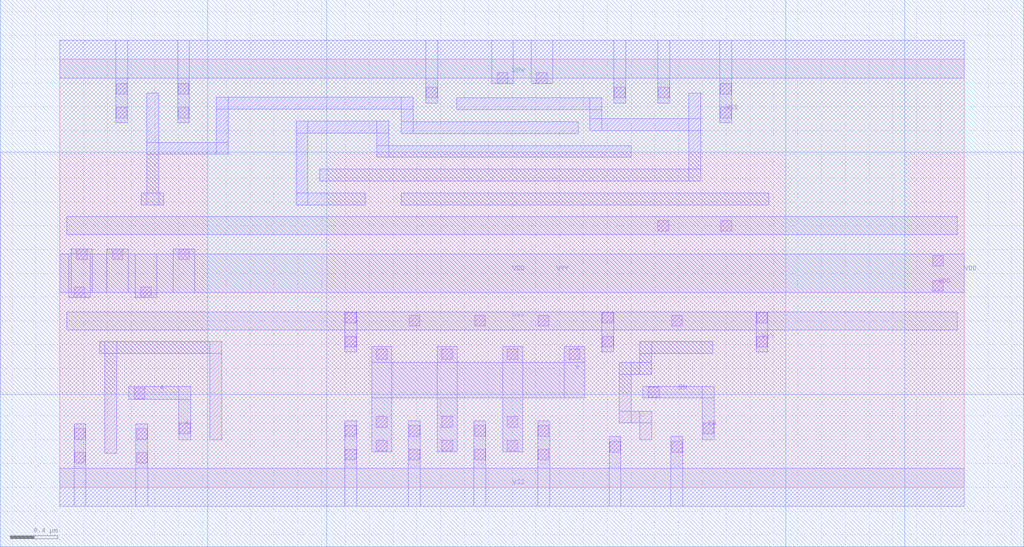
<source format=lef>
#=============================================================================
# LEF - UNIT CELL
# Copyright (c) 2008 FUJITSU MICROELECTRONICS LIMITED  All rights reserved.
#=============================================================================
# LIBRARY        : CS202SN (CS202 9-track height cell) ;
# CLASSIFICATION : CUSTOM SET (LPDK) ;
# FILETYPE       : LEF ;
# DATE           : 2008/04/04 ;
# REVISION       : 1.1 ;
# DESIGNER       : A.NISHIWAKI (FUJITSU VLSI LIMITED) ;
# SOURCE         : cs202sn_uc_lpdk.gds_r01p1.gds ;
#
#=============================================================================
# HISTORY
#=============================================================================
# Rev.  Date(YMD)   Comment
# ----  ----------  ----------------------------------------------------------
# 1.1   2008/04/04  Official Release [ 24 cell ]
#                   [mod] 24 cells
#                   Add Well layer | Optimize Antenna parameter
# 1.0   2007/07/20  Official Release [ 24 cell ]
#                   [add] 24 cells

VERSION 5.6 ;
BUSBITCHARS "[]" ;
DIVIDERCHAR "/" ;

MACRO SC22AOBWSCLXL1
  CLASS CORE ;
  ORIGIN 0 0 ;
  FOREIGN SC22AOBWSCLXL1 0 0 ;
  SIZE 4.6 BY 3.6 ;
  SYMMETRY X Y ;
  SITE WCORE3600 ;
  PIN A
    DIRECTION INPUT ;
    USE SIGNAL ;
    ANTENNADIFFAREA 0.048 LAYER MET1 ;
    ANTENNAGATEAREA 0.0735 LAYER MET1 ;
    ANTENNAMAXCUTCAR 40.819562 LAYER CUT01 ;
    GROUNDSENSITIVITY VSS ;
    SUPPLYSENSITIVITY VDDG ;
    PORT
      LAYER MET1 ;
        RECT 1.635 0.4 1.735 0.85 ;
        RECT 1.635 0.75 2.435 0.85 ;
      LAYER CUT01 ;
        RECT 1.64 0.45 1.73 0.54 ;
        RECT 2.3 0.755 2.39 0.845 ;
    END
  END A
  PIN VDD
    DIRECTION INOUT ;
    USE POWER ;
    SHAPE ABUTMENT ;
    PORT
      LAYER NWELL ;
        RECT -0.5 0.78 0.5 2.82 ;
        RECT 4.1 0.78 5.1 2.82 ;
      LAYER MET1 ;
        RECT 0 1.64 4.6 1.96 ;
      LAYER CUT01 ;
        RECT 0.175 1.86 0.265 1.95 ;
        RECT 0.175 1.65 0.265 1.74 ;
        RECT 4.335 1.86 4.425 1.95 ;
        RECT 4.335 1.65 4.425 1.74 ;
    END
  END VDD
  PIN VDDG
    DIRECTION INOUT ;
    USE POWER ;
    SHAPE ABUTMENT ;
    PORT
      LAYER NWELL ;
        RECT 1.5 0.78 3.1 2.82 ;
      LAYER MET1 ;
        RECT 1.8 2.125 1.9 2.46 ;
        RECT 2.32 2.125 2.42 2.46 ;
        RECT 2.84 2.125 2.94 2.46 ;
        RECT 0.06 2.125 4.54 2.275 ;
        RECT 1.675 1.14 1.775 1.475 ;
        RECT 2.02 1.12 2.12 1.475 ;
        RECT 0.06 1.325 4.54 1.475 ;
      LAYER CUT01 ;
        RECT 1.68 1.38 1.77 1.47 ;
        RECT 1.68 1.18 1.77 1.27 ;
        RECT 1.805 2.33 1.895 2.42 ;
        RECT 1.805 2.13 1.895 2.22 ;
        RECT 2.025 1.36 2.115 1.45 ;
        RECT 2.025 1.16 2.115 1.25 ;
        RECT 2.325 2.33 2.415 2.42 ;
        RECT 2.325 2.13 2.415 2.22 ;
        RECT 2.545 1.355 2.635 1.445 ;
        RECT 2.845 2.33 2.935 2.42 ;
        RECT 2.845 2.13 2.935 2.22 ;
    END
  END VDDG
  PIN VSS
    DIRECTION INOUT ;
    USE GROUND ;
    SHAPE ABUTMENT ;
    PORT
      LAYER MET1 ;
        RECT 2.32 3.04 2.42 3.76 ;
        RECT 2.84 3.04 2.94 3.76 ;
        RECT 0 3.44 4.6 3.76 ;
        RECT 2.28 -0.16 2.38 0.555 ;
        RECT 0 -0.16 4.6 0.16 ;
      LAYER CUT01 ;
        RECT 2.285 0.425 2.375 0.515 ;
        RECT 2.285 0.225 2.375 0.315 ;
        RECT 2.325 3.28 2.415 3.37 ;
        RECT 2.325 3.08 2.415 3.17 ;
        RECT 2.845 3.28 2.935 3.37 ;
        RECT 2.845 3.08 2.935 3.17 ;
    END
  END VSS
  PIN Y
    DIRECTION OUTPUT ;
    USE SIGNAL ;
    ANTENNADIFFAREA 0.4477 LAYER MET1 ;
    PORT
      LAYER MET1 ;
        RECT 2.025 2.415 2.195 3.3 ;
        RECT 2.025 2.7 2.715 2.9 ;
        RECT 2.545 2.415 2.715 3.3 ;
      LAYER CUT01 ;
        RECT 2.065 3.205 2.155 3.295 ;
        RECT 2.065 3.005 2.155 3.095 ;
        RECT 2.065 2.455 2.155 2.545 ;
        RECT 2.585 3.205 2.675 3.295 ;
        RECT 2.585 3.005 2.675 3.095 ;
        RECT 2.585 2.455 2.675 2.545 ;
    END
  END Y
  PIN VPW
    DIRECTION INOUT ;
    USE GROUND ;
    SHAPE ABUTMENT ;
    PORT
      LAYER PWELL ;
        RECT 0.5 -0.5 1.5 4.1 ;
        RECT 3.1 -0.5 4.1 4.1 ;
        RECT -0.5 -0.5 5.1 0.78 ;
        RECT -0.5 2.82 5.1 4.1 ;
    END
  END VPW
  OBS
    LAYER MET1 ;
      RECT 2.54 0.29 2.64 1.205 ;
      RECT 2.24 1.105 2.875 1.205 ;
  END
END SC22AOBWSCLXL1

MACRO SC22AOBWSCLXP1
  CLASS CORE ;
  ORIGIN 0 0 ;
  FOREIGN SC22AOBWSCLXP1 0 0 ;
  SIZE 5.2 BY 3.6 ;
  SYMMETRY X Y ;
  SITE WCORE3600 ;
  PIN A
    DIRECTION INPUT ;
    USE SIGNAL ;
    ANTENNADIFFAREA 0.048 LAYER MET1 ;
    ANTENNAGATEAREA 0.15375 LAYER MET1 ;
    ANTENNAMAXCUTCAR 39.027566 LAYER CUT01 ;
    GROUNDSENSITIVITY VSS ;
    SUPPLYSENSITIVITY VDDG ;
    PORT
      LAYER MET1 ;
        RECT 1.635 0.4 1.735 0.85 ;
        RECT 1.635 0.73 2.715 0.85 ;
      LAYER CUT01 ;
        RECT 1.64 0.45 1.73 0.54 ;
        RECT 2.315 0.73 2.405 0.82 ;
        RECT 2.575 0.73 2.665 0.82 ;
    END
  END A
  PIN VDD
    DIRECTION INOUT ;
    USE POWER ;
    SHAPE ABUTMENT ;
    PORT
      LAYER NWELL ;
        RECT -0.5 0.78 0.5 2.82 ;
        RECT 4.7 0.78 5.7 2.82 ;
      LAYER MET1 ;
        RECT 0 1.64 5.2 1.96 ;
      LAYER CUT01 ;
        RECT 0.175 1.86 0.265 1.95 ;
        RECT 0.175 1.65 0.265 1.74 ;
        RECT 4.935 1.86 5.025 1.95 ;
        RECT 4.935 1.65 5.025 1.74 ;
    END
  END VDD
  PIN VDDG
    DIRECTION INOUT ;
    USE POWER ;
    SHAPE ABUTMENT ;
    PORT
      LAYER NWELL ;
        RECT 1.5 0.78 3.7 2.82 ;
      LAYER MET1 ;
        RECT 1.79 2.125 1.89 2.46 ;
        RECT 3.42 2.125 3.52 2.46 ;
        RECT 0.06 2.125 5.14 2.275 ;
        RECT 1.675 1.14 1.775 1.475 ;
        RECT 3.42 1.14 3.52 1.475 ;
        RECT 0.06 1.325 5.14 1.475 ;
      LAYER CUT01 ;
        RECT 1.68 1.38 1.77 1.47 ;
        RECT 1.68 1.18 1.77 1.27 ;
        RECT 1.795 2.33 1.885 2.42 ;
        RECT 1.795 2.13 1.885 2.22 ;
        RECT 2.315 2.155 2.405 2.245 ;
        RECT 2.315 1.355 2.405 1.445 ;
        RECT 2.835 2.155 2.925 2.245 ;
        RECT 2.835 1.355 2.925 1.445 ;
        RECT 3.425 2.33 3.515 2.42 ;
        RECT 3.425 2.13 3.515 2.22 ;
        RECT 3.425 1.38 3.515 1.47 ;
        RECT 3.425 1.18 3.515 1.27 ;
    END
  END VDDG
  PIN VSS
    DIRECTION INOUT ;
    USE GROUND ;
    SHAPE ABUTMENT ;
    PORT
      LAYER MET1 ;
        RECT 1.79 3.03 1.89 3.76 ;
        RECT 2.31 3.03 2.41 3.76 ;
        RECT 2.83 3.03 2.93 3.76 ;
        RECT 3.42 3.03 3.52 3.76 ;
        RECT 0 3.44 5.2 3.76 ;
        RECT 2.31 -0.16 2.41 0.55 ;
        RECT 2.83 -0.16 2.93 0.38 ;
        RECT 0 -0.16 5.2 0.16 ;
      LAYER CUT01 ;
        RECT 1.795 3.28 1.885 3.37 ;
        RECT 1.795 3.07 1.885 3.16 ;
        RECT 2.315 3.28 2.405 3.37 ;
        RECT 2.315 3.07 2.405 3.16 ;
        RECT 2.315 0.42 2.405 0.51 ;
        RECT 2.315 0.21 2.405 0.3 ;
        RECT 2.835 3.28 2.925 3.37 ;
        RECT 2.835 3.07 2.925 3.16 ;
        RECT 2.835 0.24 2.925 0.33 ;
        RECT 3.425 3.28 3.515 3.37 ;
        RECT 3.425 3.07 3.515 3.16 ;
    END
  END VSS
  PIN Y
    DIRECTION OUTPUT ;
    USE SIGNAL ;
    ANTENNADIFFAREA 1.0063 LAYER MET1 ;
    PORT
      LAYER MET1 ;
        RECT 2.015 2.415 2.185 3.3 ;
        RECT 2.535 2.415 2.705 3.3 ;
        RECT 2.015 2.55 3.26 2.85 ;
        RECT 3.09 2.415 3.26 3.3 ;
      LAYER CUT01 ;
        RECT 2.055 3.205 2.145 3.295 ;
        RECT 2.055 3.005 2.145 3.095 ;
        RECT 2.055 2.455 2.145 2.545 ;
        RECT 2.575 3.205 2.665 3.295 ;
        RECT 2.575 3.005 2.665 3.095 ;
        RECT 2.575 2.455 2.665 2.545 ;
        RECT 3.13 3.205 3.22 3.295 ;
        RECT 3.13 3.005 3.22 3.095 ;
        RECT 3.13 2.455 3.22 2.545 ;
    END
  END Y
  PIN VPW
    DIRECTION INOUT ;
    USE GROUND ;
    SHAPE ABUTMENT ;
    PORT
      LAYER PWELL ;
        RECT 0.5 -0.5 1.5 4.1 ;
        RECT 3.7 -0.5 4.7 4.1 ;
        RECT -0.5 -0.5 5.7 0.78 ;
        RECT -0.5 2.82 5.7 4.1 ;
    END
  END VPW
  OBS
    LAYER MET1 ;
      RECT 2.57 0.285 2.67 0.62 ;
      RECT 2.53 0.52 3.11 0.62 ;
      RECT 3.01 0.715 3.485 0.815 ;
      RECT 3.01 0.52 3.11 1.15 ;
      RECT 2.005 1.05 3.11 1.15 ;
  END
END SC22AOBWSCLXP1

MACRO SC22ISOANDCLXL1
  CLASS CORE ;
  ORIGIN 0 0 ;
  FOREIGN SC22ISOANDCLXL1 0 0 ;
  SIZE 2.8 BY 1.8 ;
  SYMMETRY X Y ;
  SITE CORE1800 ;
  PIN A
    DIRECTION INPUT ;
    USE SIGNAL ;
    ANTENNADIFFAREA 0.048 LAYER MET1 ;
    ANTENNAGATEAREA 0.117 LAYER MET1 ;
    ANTENNAMAXCUTCAR 25.643162 LAYER CUT01 ;
    GROUNDSENSITIVITY VSS ;
    SUPPLYSENSITIVITY VDD ;
    PORT
      LAYER MET1 ;
        RECT 0.065 0.4 0.165 1.05 ;
        RECT 0.95 0.7 1.05 1.05 ;
        RECT 0.065 0.95 1.05 1.05 ;
      LAYER CUT01 ;
        RECT 0.07 0.45 0.16 0.54 ;
        RECT 0.955 0.74 1.045 0.83 ;
    END
  END A
  PIN EN
    DIRECTION INPUT ;
    USE SIGNAL ;
    ANTENNADIFFAREA 0.048 LAYER MET1 ;
    ANTENNAGATEAREA 0.117 LAYER MET1 ;
    ANTENNAMAXCUTCAR 51.286325 LAYER CUT01 ;
    GROUNDSENSITIVITY VSS ;
    SUPPLYSENSITIVITY VDD ;
    PORT
      LAYER MET1 ;
        RECT 0.295 0.4 0.395 0.85 ;
        RECT 0.74 0.5 0.84 0.85 ;
        RECT 0.295 0.75 0.84 0.85 ;
        RECT 0.74 0.5 1.25 0.6 ;
        RECT 1.15 0.5 1.25 0.79 ;
        RECT 1.15 0.69 1.49 0.79 ;
        RECT 1.39 0.69 1.49 0.875 ;
      LAYER CUT01 ;
        RECT 0.3 0.45 0.39 0.54 ;
        RECT 0.645 0.755 0.735 0.845 ;
        RECT 1.395 0.735 1.485 0.825 ;
    END
  END EN
  PIN VDD
    DIRECTION INOUT ;
    USE POWER ;
    SHAPE ABUTMENT ;
    PORT
      LAYER MET1 ;
        RECT 0.51 1.24 0.61 1.96 ;
        RECT 1.03 1.4 1.13 1.96 ;
        RECT 1.575 1.26 1.675 1.96 ;
        RECT 2.11 1.26 2.21 1.96 ;
        RECT 2.63 1.24 2.73 1.96 ;
        RECT 0 1.64 2.8 1.96 ;
      LAYER CUT01 ;
        RECT 0.515 1.5 0.605 1.59 ;
        RECT 0.515 1.28 0.605 1.37 ;
        RECT 1.035 1.45 1.125 1.54 ;
        RECT 1.58 1.5 1.67 1.59 ;
        RECT 1.58 1.3 1.67 1.39 ;
        RECT 2.115 1.5 2.205 1.59 ;
        RECT 2.115 1.3 2.205 1.39 ;
        RECT 2.635 1.5 2.725 1.59 ;
        RECT 2.635 1.28 2.725 1.37 ;
    END
  END VDD
  PIN VSS
    DIRECTION INOUT ;
    USE GROUND ;
    SHAPE ABUTMENT ;
    PORT
      LAYER MET1 ;
        RECT 0.53 -0.16 0.63 0.55 ;
        RECT 1.55 -0.16 1.65 0.36 ;
        RECT 2.07 -0.16 2.25 0.32 ;
        RECT 2.63 -0.16 2.73 0.555 ;
        RECT 0 -0.16 2.8 0.16 ;
      LAYER CUT01 ;
        RECT 0.535 0.42 0.625 0.51 ;
        RECT 0.535 0.21 0.625 0.3 ;
        RECT 1.555 0.225 1.645 0.315 ;
        RECT 2.115 0.225 2.205 0.315 ;
        RECT 2.635 0.425 2.725 0.515 ;
        RECT 2.635 0.225 2.725 0.315 ;
    END
  END VSS
  PIN Y
    DIRECTION OUTPUT ;
    USE SIGNAL ;
    ANTENNADIFFAREA 0.4372 LAYER MET1 ;
    PORT
      LAYER MET1 ;
        RECT 1.815 0.96 1.985 1.295 ;
        RECT 1.815 0.44 2.505 0.6 ;
        RECT 2.305 0.44 2.505 1.12 ;
        RECT 1.815 0.96 2.505 1.12 ;
        RECT 2.335 0.44 2.505 1.295 ;
      LAYER CUT01 ;
        RECT 1.855 1.195 1.945 1.285 ;
        RECT 1.855 0.975 1.945 1.065 ;
        RECT 1.855 0.47 1.945 0.56 ;
        RECT 2.375 1.195 2.465 1.285 ;
        RECT 2.375 0.975 2.465 1.065 ;
        RECT 2.375 0.47 2.465 0.56 ;
    END
  END Y
  PIN VPW
    DIRECTION INOUT ;
    USE GROUND ;
    SHAPE ABUTMENT ;
    PORT
      LAYER PWELL ;
        RECT -0.5 -0.5 3.3 0.78 ;
    END
  END VPW
  PIN VNW
    DIRECTION INOUT ;
    USE POWER ;
    SHAPE ABUTMENT ;
    PORT
      LAYER NWELL ;
        RECT -0.5 0.78 3.3 2.3 ;
    END
  END VNW
  OBS
    LAYER MET1 ;
      RECT 0.99 0.31 1.45 0.41 ;
      RECT 1.35 0.31 1.45 0.575 ;
      RECT 1.35 0.475 1.69 0.575 ;
      RECT 1.59 0.72 2.165 0.82 ;
      RECT 1.59 0.475 1.69 1.1 ;
      RECT 1.29 1 1.69 1.1 ;
      RECT 0.73 1.15 1.39 1.25 ;
      RECT 1.29 1 1.39 1.385 ;
      RECT 0.77 1.15 0.87 1.485 ;
  END
END SC22ISOANDCLXL1

MACRO SC22ISOANDCLXP1
  CLASS CORE ;
  ORIGIN 0 0 ;
  FOREIGN SC22ISOANDCLXP1 0 0 ;
  SIZE 4.4 BY 1.8 ;
  SYMMETRY X Y ;
  SITE CORE1800 ;
  PIN A
    DIRECTION INPUT ;
    USE SIGNAL ;
    ANTENNADIFFAREA 0.048 LAYER MET1 ;
    ANTENNAGATEAREA 0.1755 LAYER MET1 ;
    ANTENNAMAXCUTCAR 51.286325 LAYER CUT01 ;
    GROUNDSENSITIVITY VSS ;
    SUPPLYSENSITIVITY VDD ;
    PORT
      LAYER MET1 ;
        RECT 0.065 0.4 0.165 1.05 ;
        RECT 0.955 0.7 1.055 1.05 ;
        RECT 1.915 0.69 2.015 1.05 ;
        RECT 0.065 0.95 2.015 1.05 ;
      LAYER CUT01 ;
        RECT 0.07 0.45 0.16 0.54 ;
        RECT 0.96 0.74 1.05 0.83 ;
        RECT 1.92 0.735 2.01 0.825 ;
    END
  END A
  PIN EN
    DIRECTION INPUT ;
    USE SIGNAL ;
    ANTENNADIFFAREA 0.048 LAYER MET1 ;
    ANTENNAGATEAREA 0.1755 LAYER MET1 ;
    ANTENNAMAXCUTCAR 51.286325 LAYER CUT01 ;
    GROUNDSENSITIVITY VSS ;
    SUPPLYSENSITIVITY VDD ;
    PORT
      LAYER MET1 ;
        RECT 0.295 0.4 0.395 0.85 ;
        RECT 0.745 0.5 0.845 0.85 ;
        RECT 0.295 0.75 0.845 0.85 ;
        RECT 0.745 0.5 1.255 0.6 ;
        RECT 1.155 0.5 1.255 0.85 ;
        RECT 1.155 0.74 1.7 0.85 ;
      LAYER CUT01 ;
        RECT 0.3 0.45 0.39 0.54 ;
        RECT 0.65 0.755 0.74 0.845 ;
        RECT 1.56 0.74 1.65 0.83 ;
    END
  END EN
  PIN VDD
    DIRECTION INOUT ;
    USE POWER ;
    SHAPE ABUTMENT ;
    PORT
      LAYER MET1 ;
        RECT 0.515 1.24 0.615 1.96 ;
        RECT 1.035 1.4 1.135 1.96 ;
        RECT 1.555 1.4 1.655 1.96 ;
        RECT 2.1 1.4 2.2 1.96 ;
        RECT 2.645 1.25 2.745 1.96 ;
        RECT 3.165 1.24 3.265 1.96 ;
        RECT 3.685 1.24 3.785 1.96 ;
        RECT 4.205 1.24 4.305 1.96 ;
        RECT 0 1.64 4.4 1.96 ;
      LAYER CUT01 ;
        RECT 0.52 1.5 0.61 1.59 ;
        RECT 0.52 1.28 0.61 1.37 ;
        RECT 1.04 1.45 1.13 1.54 ;
        RECT 1.56 1.45 1.65 1.54 ;
        RECT 2.105 1.45 2.195 1.54 ;
        RECT 2.65 1.5 2.74 1.59 ;
        RECT 2.65 1.29 2.74 1.38 ;
        RECT 3.17 1.5 3.26 1.59 ;
        RECT 3.17 1.28 3.26 1.37 ;
        RECT 3.69 1.5 3.78 1.59 ;
        RECT 3.69 1.28 3.78 1.37 ;
        RECT 4.21 1.5 4.3 1.59 ;
        RECT 4.21 1.28 4.3 1.37 ;
    END
  END VDD
  PIN VSS
    DIRECTION INOUT ;
    USE GROUND ;
    SHAPE ABUTMENT ;
    PORT
      LAYER MET1 ;
        RECT 0.535 -0.16 0.635 0.55 ;
        RECT 1.555 -0.16 1.655 0.36 ;
        RECT 2.645 -0.16 2.745 0.57 ;
        RECT 3.165 -0.16 3.265 0.57 ;
        RECT 3.685 -0.16 3.785 0.57 ;
        RECT 4.205 -0.16 4.305 0.57 ;
        RECT 0 -0.16 4.4 0.16 ;
      LAYER CUT01 ;
        RECT 0.54 0.42 0.63 0.51 ;
        RECT 0.54 0.21 0.63 0.3 ;
        RECT 1.56 0.225 1.65 0.315 ;
        RECT 2.65 0.44 2.74 0.53 ;
        RECT 2.65 0.23 2.74 0.32 ;
        RECT 3.17 0.44 3.26 0.53 ;
        RECT 3.17 0.23 3.26 0.32 ;
        RECT 3.69 0.44 3.78 0.53 ;
        RECT 3.69 0.23 3.78 0.32 ;
        RECT 4.21 0.44 4.3 0.53 ;
        RECT 4.21 0.23 4.3 0.32 ;
    END
  END VSS
  PIN Y
    DIRECTION OUTPUT ;
    USE SIGNAL ;
    ANTENNADIFFAREA 0.824 LAYER MET1 ;
    PORT
      LAYER MET1 ;
        RECT 2.35 0.955 2.52 1.295 ;
        RECT 2.35 0.955 3.04 1.115 ;
        RECT 2.87 0.3 3.04 1.295 ;
        RECT 3.39 0.3 3.56 1.295 ;
        RECT 2.87 0.75 4.08 1.05 ;
        RECT 3.91 0.3 4.08 1.295 ;
      LAYER CUT01 ;
        RECT 2.39 1.195 2.48 1.285 ;
        RECT 2.39 0.975 2.48 1.065 ;
        RECT 2.91 1.195 3 1.285 ;
        RECT 2.91 0.975 3 1.065 ;
        RECT 2.91 0.505 3 0.595 ;
        RECT 2.91 0.305 3 0.395 ;
        RECT 3.43 1.195 3.52 1.285 ;
        RECT 3.43 0.975 3.52 1.065 ;
        RECT 3.43 0.505 3.52 0.595 ;
        RECT 3.43 0.305 3.52 0.395 ;
        RECT 3.95 1.195 4.04 1.285 ;
        RECT 3.95 0.975 4.04 1.065 ;
        RECT 3.95 0.505 4.04 0.595 ;
        RECT 3.95 0.305 4.04 0.395 ;
    END
  END Y
  PIN VPW
    DIRECTION INOUT ;
    USE GROUND ;
    SHAPE ABUTMENT ;
    PORT
      LAYER PWELL ;
        RECT -0.5 -0.5 4.9 0.78 ;
    END
  END VPW
  PIN VNW
    DIRECTION INOUT ;
    USE POWER ;
    SHAPE ABUTMENT ;
    PORT
      LAYER NWELL ;
        RECT -0.5 0.78 4.9 2.3 ;
    END
  END VNW
  OBS
    LAYER MET1 ;
      RECT 0.995 0.31 1.455 0.41 ;
      RECT 1.355 0.31 1.455 0.575 ;
      RECT 1.355 0.475 2.22 0.575 ;
      RECT 2.12 0.715 2.73 0.815 ;
      RECT 2.12 0.475 2.22 1.25 ;
      RECT 0.735 1.15 2.22 1.25 ;
      RECT 0.775 1.15 0.875 1.485 ;
      RECT 1.295 1.15 1.395 1.485 ;
      RECT 1.815 1.15 1.915 1.485 ;
  END
END SC22ISOANDCLXP1

MACRO SC22ISOORCLXL1
  CLASS CORE ;
  ORIGIN 0 0 ;
  FOREIGN SC22ISOORCLXL1 0 0 ;
  SIZE 3.4 BY 1.8 ;
  SYMMETRY X Y ;
  SITE CORE1800 ;
  PIN A
    DIRECTION INPUT ;
    USE SIGNAL ;
    ANTENNADIFFAREA 0.048 LAYER MET1 ;
    ANTENNAGATEAREA 0.13375 LAYER MET1 ;
    ANTENNAMAXCUTCAR 47.434535 LAYER CUT01 ;
    GROUNDSENSITIVITY VSS ;
    SUPPLYSENSITIVITY VDD ;
    PORT
      LAYER MET1 ;
        RECT 0.82 0.4 0.92 0.85 ;
        RECT 0.82 0.55 1.7 0.65 ;
        RECT 1.6 0.55 1.7 0.8 ;
        RECT 1.6 0.7 1.975 0.8 ;
      LAYER CUT01 ;
        RECT 0.825 0.72 0.915 0.81 ;
        RECT 0.825 0.455 0.915 0.545 ;
        RECT 1.835 0.705 1.925 0.795 ;
    END
  END A
  PIN EN
    DIRECTION INPUT ;
    USE SIGNAL ;
    ANTENNADIFFAREA 0.048 LAYER MET1 ;
    ANTENNAGATEAREA 0.05725 LAYER MET1 ;
    ANTENNAMAXCUTCAR 52.406044 LAYER CUT01 ;
    GROUNDSENSITIVITY VSS ;
    SUPPLYSENSITIVITY VDD ;
    PORT
      LAYER MET1 ;
        RECT 0.1 0.325 0.2 0.85 ;
        RECT 0.1 0.75 0.305 0.85 ;
        RECT 0.1 0.325 0.72 0.415 ;
      LAYER CUT01 ;
        RECT 0.165 0.755 0.255 0.845 ;
        RECT 0.58 0.325 0.67 0.415 ;
    END
  END EN
  PIN VDD
    DIRECTION INOUT ;
    USE POWER ;
    SHAPE ABUTMENT ;
    PORT
      LAYER MET1 ;
        RECT 0.345 1.25 0.445 1.96 ;
        RECT 1.315 1.4 1.415 1.96 ;
        RECT 2.17 1.25 2.27 1.96 ;
        RECT 2.69 1.26 2.79 1.96 ;
        RECT 3.21 1.24 3.31 1.96 ;
        RECT 0 1.64 3.4 1.96 ;
      LAYER CUT01 ;
        RECT 0.35 1.5 0.44 1.59 ;
        RECT 0.35 1.29 0.44 1.38 ;
        RECT 1.32 1.45 1.41 1.54 ;
        RECT 2.175 1.5 2.265 1.59 ;
        RECT 2.175 1.29 2.265 1.38 ;
        RECT 2.695 1.5 2.785 1.59 ;
        RECT 2.695 1.3 2.785 1.39 ;
        RECT 3.215 1.5 3.305 1.59 ;
        RECT 3.215 1.28 3.305 1.37 ;
    END
  END VDD
  PIN VSS
    DIRECTION INOUT ;
    USE GROUND ;
    SHAPE ABUTMENT ;
    PORT
      LAYER MET1 ;
        RECT 0.075 -0.16 0.175 0.225 ;
        RECT 1.055 -0.16 1.155 0.38 ;
        RECT 1.54 -0.16 1.72 0.23 ;
        RECT 2.105 -0.16 2.205 0.38 ;
        RECT 2.65 -0.16 2.83 0.32 ;
        RECT 3.21 -0.16 3.31 0.555 ;
        RECT 0 -0.16 3.4 0.16 ;
      LAYER CUT01 ;
        RECT 0.08 0.095 0.17 0.185 ;
        RECT 1.06 0.245 1.15 0.335 ;
        RECT 1.585 0.14 1.675 0.23 ;
        RECT 2.11 0.245 2.2 0.335 ;
        RECT 2.695 0.225 2.785 0.315 ;
        RECT 3.215 0.425 3.305 0.515 ;
        RECT 3.215 0.225 3.305 0.315 ;
    END
  END VSS
  PIN Y
    DIRECTION OUTPUT ;
    USE SIGNAL ;
    ANTENNADIFFAREA 0.4372 LAYER MET1 ;
    PORT
      LAYER MET1 ;
        RECT 2.395 0.96 2.565 1.295 ;
        RECT 2.395 0.44 3.085 0.6 ;
        RECT 2.885 0.44 3.085 1.12 ;
        RECT 2.395 0.96 3.085 1.12 ;
        RECT 2.915 0.44 3.085 1.295 ;
      LAYER CUT01 ;
        RECT 2.435 1.195 2.525 1.285 ;
        RECT 2.435 0.975 2.525 1.065 ;
        RECT 2.435 0.47 2.525 0.56 ;
        RECT 2.955 1.195 3.045 1.285 ;
        RECT 2.955 0.975 3.045 1.065 ;
        RECT 2.955 0.47 3.045 0.56 ;
    END
  END Y
  PIN VPW
    DIRECTION INOUT ;
    USE GROUND ;
    SHAPE ABUTMENT ;
    PORT
      LAYER PWELL ;
        RECT -0.5 -0.5 3.9 0.78 ;
    END
  END VPW
  PIN VNW
    DIRECTION INOUT ;
    USE POWER ;
    SHAPE ABUTMENT ;
    PORT
      LAYER NWELL ;
        RECT -0.5 0.78 3.9 2.3 ;
    END
  END VNW
  OBS
    LAYER MET1 ;
      RECT 0.3 0.505 0.55 0.605 ;
      RECT 1.27 0.75 1.46 0.85 ;
      RECT 0.45 0.505 0.55 1.05 ;
      RECT 1.27 0.75 1.37 1.05 ;
      RECT 0.08 0.95 1.37 1.05 ;
      RECT 0.08 0.95 0.18 1.325 ;
      RECT 1.275 0.35 1.985 0.45 ;
      RECT 1.885 0.35 1.985 0.59 ;
      RECT 1.885 0.49 2.2 0.59 ;
      RECT 2.1 0.72 2.745 0.82 ;
      RECT 2.1 0.49 2.2 1.05 ;
      RECT 1.845 0.95 2.2 1.05 ;
      RECT 0.795 1.15 1.945 1.25 ;
      RECT 1.845 0.95 1.945 1.39 ;
      RECT 0.835 1.15 0.935 1.485 ;
  END
END SC22ISOORCLXL1

MACRO SC22ISOORCLXP1
  CLASS CORE ;
  ORIGIN 0 0 ;
  FOREIGN SC22ISOORCLXP1 0 0 ;
  SIZE 5.2 BY 1.8 ;
  SYMMETRY X Y ;
  SITE CORE1800 ;
  PIN A
    DIRECTION INPUT ;
    USE SIGNAL ;
    ANTENNADIFFAREA 0.048 LAYER MET1 ;
    ANTENNAGATEAREA 0.22275 LAYER MET1 ;
    ANTENNAMAXCUTCAR 59.118062 LAYER CUT01 ;
    GROUNDSENSITIVITY VSS ;
    SUPPLYSENSITIVITY VDD ;
    PORT
      LAYER MET1 ;
        RECT 0.795 0.455 0.895 0.85 ;
        RECT 1.81 0.55 1.91 0.83 ;
        RECT 0.795 0.55 2.52 0.65 ;
        RECT 2.42 0.55 2.52 0.785 ;
        RECT 2.42 0.685 2.72 0.785 ;
        RECT 2.62 0.685 2.72 0.875 ;
      LAYER CUT01 ;
        RECT 0.8 0.72 0.89 0.81 ;
        RECT 0.8 0.5 0.89 0.59 ;
        RECT 1.815 0.69 1.905 0.78 ;
        RECT 2.625 0.735 2.715 0.825 ;
    END
  END A
  PIN EN
    DIRECTION INPUT ;
    USE SIGNAL ;
    ANTENNADIFFAREA 0.048 LAYER MET1 ;
    ANTENNAGATEAREA 0.05725 LAYER MET1 ;
    ANTENNAMAXCUTCAR 52.406044 LAYER CUT01 ;
    GROUNDSENSITIVITY VSS ;
    SUPPLYSENSITIVITY VDD ;
    PORT
      LAYER MET1 ;
        RECT 0.09 0.32 0.19 0.85 ;
        RECT 0.09 0.75 0.3 0.85 ;
        RECT 0.09 0.32 0.71 0.41 ;
      LAYER CUT01 ;
        RECT 0.155 0.755 0.245 0.845 ;
        RECT 0.57 0.32 0.66 0.41 ;
    END
  END EN
  PIN VDD
    DIRECTION INOUT ;
    USE POWER ;
    SHAPE ABUTMENT ;
    PORT
      LAYER MET1 ;
        RECT 0.335 1.25 0.435 1.96 ;
        RECT 1.29 1.4 1.39 1.96 ;
        RECT 2.26 1.4 2.36 1.96 ;
        RECT 2.95 1.25 3.05 1.96 ;
        RECT 3.47 1.25 3.57 1.96 ;
        RECT 3.99 1.24 4.09 1.96 ;
        RECT 4.51 1.24 4.61 1.96 ;
        RECT 5.03 1.24 5.13 1.96 ;
        RECT 0 1.64 5.2 1.96 ;
      LAYER CUT01 ;
        RECT 0.34 1.5 0.43 1.59 ;
        RECT 0.34 1.29 0.43 1.38 ;
        RECT 1.295 1.45 1.385 1.54 ;
        RECT 2.265 1.45 2.355 1.54 ;
        RECT 2.955 1.5 3.045 1.59 ;
        RECT 2.955 1.29 3.045 1.38 ;
        RECT 3.475 1.5 3.565 1.59 ;
        RECT 3.475 1.29 3.565 1.38 ;
        RECT 3.995 1.5 4.085 1.59 ;
        RECT 3.995 1.28 4.085 1.37 ;
        RECT 4.515 1.5 4.605 1.59 ;
        RECT 4.515 1.28 4.605 1.37 ;
        RECT 5.035 1.5 5.125 1.59 ;
        RECT 5.035 1.28 5.125 1.37 ;
    END
  END VDD
  PIN VSS
    DIRECTION INOUT ;
    USE GROUND ;
    SHAPE ABUTMENT ;
    PORT
      LAYER MET1 ;
        RECT 0.065 -0.16 0.165 0.225 ;
        RECT 1.03 -0.16 1.13 0.375 ;
        RECT 1.515 -0.16 1.695 0.23 ;
        RECT 2.13 -0.16 2.31 0.23 ;
        RECT 2.82 -0.16 2.92 0.375 ;
        RECT 3.47 -0.16 3.57 0.57 ;
        RECT 3.99 -0.16 4.09 0.57 ;
        RECT 4.51 -0.16 4.61 0.57 ;
        RECT 5.03 -0.16 5.13 0.57 ;
        RECT 0 -0.16 5.2 0.16 ;
      LAYER CUT01 ;
        RECT 0.07 0.095 0.16 0.185 ;
        RECT 1.035 0.24 1.125 0.33 ;
        RECT 1.56 0.14 1.65 0.23 ;
        RECT 2.175 0.14 2.265 0.23 ;
        RECT 2.825 0.24 2.915 0.33 ;
        RECT 3.475 0.44 3.565 0.53 ;
        RECT 3.475 0.23 3.565 0.32 ;
        RECT 3.995 0.44 4.085 0.53 ;
        RECT 3.995 0.23 4.085 0.32 ;
        RECT 4.515 0.44 4.605 0.53 ;
        RECT 4.515 0.23 4.605 0.32 ;
        RECT 5.035 0.44 5.125 0.53 ;
        RECT 5.035 0.23 5.125 0.32 ;
    END
  END VSS
  PIN Y
    DIRECTION OUTPUT ;
    USE SIGNAL ;
    ANTENNADIFFAREA 0.824 LAYER MET1 ;
    PORT
      LAYER MET1 ;
        RECT 3.175 0.955 3.345 1.295 ;
        RECT 3.175 0.955 3.865 1.115 ;
        RECT 3.695 0.3 3.865 1.295 ;
        RECT 4.215 0.3 4.385 1.295 ;
        RECT 3.695 0.75 4.905 1.05 ;
        RECT 4.735 0.3 4.905 1.295 ;
      LAYER CUT01 ;
        RECT 3.215 1.195 3.305 1.285 ;
        RECT 3.215 0.975 3.305 1.065 ;
        RECT 3.735 1.195 3.825 1.285 ;
        RECT 3.735 0.975 3.825 1.065 ;
        RECT 3.735 0.505 3.825 0.595 ;
        RECT 3.735 0.305 3.825 0.395 ;
        RECT 4.255 1.195 4.345 1.285 ;
        RECT 4.255 0.975 4.345 1.065 ;
        RECT 4.255 0.505 4.345 0.595 ;
        RECT 4.255 0.305 4.345 0.395 ;
        RECT 4.775 1.195 4.865 1.285 ;
        RECT 4.775 0.975 4.865 1.065 ;
        RECT 4.775 0.505 4.865 0.595 ;
        RECT 4.775 0.305 4.865 0.395 ;
    END
  END Y
  PIN VPW
    DIRECTION INOUT ;
    USE GROUND ;
    SHAPE ABUTMENT ;
    PORT
      LAYER PWELL ;
        RECT -0.5 -0.5 5.7 0.78 ;
    END
  END VPW
  PIN VNW
    DIRECTION INOUT ;
    USE POWER ;
    SHAPE ABUTMENT ;
    PORT
      LAYER NWELL ;
        RECT -0.5 0.78 5.7 2.3 ;
    END
  END VNW
  OBS
    LAYER MET1 ;
      RECT 0.29 0.505 0.54 0.605 ;
      RECT 1.245 0.75 1.435 0.85 ;
      RECT 2.1 0.75 2.32 0.85 ;
      RECT 0.44 0.505 0.54 1.05 ;
      RECT 1.29 0.75 1.39 1.05 ;
      RECT 2.1 0.75 2.2 1.05 ;
      RECT 0.07 0.95 2.2 1.05 ;
      RECT 0.07 0.95 0.17 1.325 ;
      RECT 1.25 0.35 2.72 0.45 ;
      RECT 2.62 0.35 2.72 0.585 ;
      RECT 2.62 0.485 2.94 0.585 ;
      RECT 2.84 0.715 3.555 0.815 ;
      RECT 2.84 0.485 2.94 1.11 ;
      RECT 2.72 1.01 2.94 1.11 ;
      RECT 0.775 1.15 2.82 1.25 ;
      RECT 2.72 1.01 2.82 1.44 ;
      RECT 0.815 1.15 0.915 1.485 ;
      RECT 1.8 1.15 1.9 1.485 ;
  END
END SC22ISOORCLXP1

MACRO SC22LSBIANDCLXL1
  CLASS CORE ;
  ORIGIN 0 0 ;
  FOREIGN SC22LSBIANDCLXL1 0 0 ;
  SIZE 5.6 BY 3.6 ;
  SYMMETRY X Y ;
  SITE WCORE3600 ;
  PIN A
    DIRECTION INPUT ;
    USE SIGNAL ;
    ANTENNADIFFAREA 0.048 LAYER MET1 ;
    ANTENNAGATEAREA 0.0585 LAYER MET1 ;
    ANTENNAMAXCUTCAR 51.286325 LAYER CUT01 ;
    GROUNDSENSITIVITY VSS ;
    SUPPLYSENSITIVITY VYY ;
    PORT
      LAYER MET1 ;
        RECT 1.3 0.4 1.4 0.85 ;
        RECT 1.3 0.74 1.81 0.85 ;
      LAYER CUT01 ;
        RECT 1.305 0.45 1.395 0.54 ;
        RECT 1.675 0.745 1.765 0.835 ;
    END
  END A
  PIN EN
    DIRECTION INPUT ;
    USE SIGNAL ;
    ANTENNADIFFAREA 0.048 LAYER MET1 ;
    ANTENNAGATEAREA 0.0585 LAYER MET1 ;
    ANTENNAMAXCUTCAR 51.286325 LAYER CUT01 ;
    GROUNDSENSITIVITY VSS ;
    SUPPLYSENSITIVITY VDD ;
    PORT
      LAYER MET1 ;
        RECT 5.15 0.4 5.25 1.225 ;
        RECT 5.15 1.125 5.47 1.225 ;
      LAYER CUT01 ;
        RECT 5.155 0.45 5.245 0.54 ;
        RECT 5.335 1.13 5.425 1.22 ;
    END
  END EN
  PIN VDD
    DIRECTION INOUT ;
    USE POWER ;
    SHAPE ABUTMENT ;
    PORT
      LAYER NWELL ;
        RECT -0.5 0.78 0.5 2.82 ;
        RECT 3.5 0.78 6.1 2.82 ;
      LAYER MET1 ;
        RECT 3.61 1.595 3.79 1.96 ;
        RECT 4.13 1.64 4.31 2.005 ;
        RECT 4.19 1.595 4.37 1.96 ;
        RECT 4.78 1.595 4.96 1.96 ;
        RECT 5.09 1.595 5.27 1.96 ;
        RECT 5.12 1.64 5.3 2.005 ;
        RECT 0 1.64 5.6 1.96 ;
      LAYER CUT01 ;
        RECT 0.175 1.86 0.265 1.95 ;
        RECT 0.175 1.65 0.265 1.74 ;
        RECT 3.655 1.595 3.745 1.685 ;
        RECT 4.175 1.915 4.265 2.005 ;
        RECT 4.235 1.595 4.325 1.685 ;
        RECT 4.825 1.595 4.915 1.685 ;
        RECT 5.135 1.595 5.225 1.685 ;
        RECT 5.165 1.915 5.255 2.005 ;
    END
  END VDD
  PIN VSS
    DIRECTION INOUT ;
    USE GROUND ;
    SHAPE ABUTMENT ;
    PORT
      LAYER MET1 ;
        RECT 1.965 3.065 2.065 3.76 ;
        RECT 5.43 3.245 5.53 3.76 ;
        RECT 0 3.44 5.6 3.76 ;
        RECT 1.65 -0.16 1.75 0.535 ;
        RECT 3.675 -0.16 3.775 0.56 ;
        RECT 4.23 -0.16 4.33 0.56 ;
        RECT 0 -0.16 5.6 0.16 ;
      LAYER CUT01 ;
        RECT 1.655 0.405 1.745 0.495 ;
        RECT 1.655 0.205 1.745 0.295 ;
        RECT 1.97 3.305 2.06 3.395 ;
        RECT 1.97 3.105 2.06 3.195 ;
        RECT 3.68 0.43 3.77 0.52 ;
        RECT 3.68 0.23 3.77 0.32 ;
        RECT 4.235 0.43 4.325 0.52 ;
        RECT 4.235 0.23 4.325 0.32 ;
        RECT 5.435 3.295 5.525 3.385 ;
    END
  END VSS
  PIN VYY
    DIRECTION INOUT ;
    USE POWER ;
    SHAPE ABUTMENT ;
    PORT
      LAYER NWELL ;
        RECT 1.5 0.78 2.5 2.82 ;
      LAYER MET1 ;
        RECT 1.65 2.125 1.75 2.46 ;
        RECT 1.965 2.125 2.065 2.46 ;
        RECT 0.06 2.125 5.54 2.275 ;
        RECT 1.65 1.14 1.75 1.475 ;
        RECT 0.06 1.325 5.54 1.475 ;
      LAYER CUT01 ;
        RECT 1.655 2.33 1.745 2.42 ;
        RECT 1.655 2.13 1.745 2.22 ;
        RECT 1.655 1.38 1.745 1.47 ;
        RECT 1.655 1.18 1.745 1.27 ;
        RECT 1.97 2.33 2.06 2.42 ;
        RECT 1.97 2.13 2.06 2.22 ;
    END
  END VYY
  PIN Y
    DIRECTION OUTPUT ;
    USE SIGNAL ;
    ANTENNADIFFAREA 0.4477 LAYER MET1 ;
    PORT
      LAYER MET1 ;
        RECT 3.9 0.3 4.07 1.185 ;
        RECT 3.9 0.7 4.66 0.9 ;
        RECT 4.49 0.3 4.66 1.185 ;
      LAYER CUT01 ;
        RECT 3.94 1.075 4.03 1.165 ;
        RECT 3.94 0.505 4.03 0.595 ;
        RECT 3.94 0.305 4.03 0.395 ;
        RECT 4.53 1.075 4.62 1.165 ;
        RECT 4.53 0.505 4.62 0.595 ;
        RECT 4.53 0.305 4.62 0.395 ;
    END
  END Y
  PIN VPW
    DIRECTION INOUT ;
    USE GROUND ;
    SHAPE ABUTMENT ;
    PORT
      LAYER PWELL ;
        RECT 0.5 -0.5 1.5 4.1 ;
        RECT 2.5 -0.5 3.5 4.1 ;
        RECT -0.5 -0.5 6.1 0.78 ;
        RECT -0.5 2.82 6.1 4.1 ;
    END
  END VPW
  OBS
    LAYER MET1 ;
      RECT 1.91 0.385 2.36 0.485 ;
      RECT 1.91 0.285 2.01 1.225 ;
      RECT 1.865 1.125 3.575 1.225 ;
      RECT 2.18 2.375 2.37 2.475 ;
      RECT 4.54 2.77 4.805 2.87 ;
      RECT 4.54 2.77 4.64 3.075 ;
      RECT 4.055 2.975 4.64 3.075 ;
      RECT 4.055 2.975 4.155 3.28 ;
      RECT 2.225 3.18 4.155 3.28 ;
      RECT 2.225 2.375 2.325 3.315 ;
      RECT 3.52 2.375 3.815 2.475 ;
      RECT 4.33 2.575 5.145 2.675 ;
      RECT 4.33 2.575 4.43 2.875 ;
      RECT 3.855 2.775 4.43 2.875 ;
      RECT 5.045 2.575 5.145 2.89 ;
      RECT 3.52 2.375 3.62 3.085 ;
      RECT 3.855 2.775 3.955 3.085 ;
      RECT 3.52 2.985 3.955 3.085 ;
      RECT 4.255 3.19 5.31 3.29 ;
      RECT 4.005 2.375 5.53 2.475 ;
      RECT 4.005 2.375 4.105 2.675 ;
      RECT 3.72 2.575 4.105 2.675 ;
      RECT 5.43 2.375 5.53 3.09 ;
      RECT 4.755 2.99 5.53 3.09 ;
  END
END SC22LSBIANDCLXL1

MACRO SC22LSBIANDCLXP1
  CLASS CORE ;
  ORIGIN 0 0 ;
  FOREIGN SC22LSBIANDCLXP1 0 0 ;
  SIZE 7.2 BY 3.6 ;
  SYMMETRY X Y ;
  SITE WCORE3600 ;
  PIN A
    DIRECTION INPUT ;
    USE SIGNAL ;
    ANTENNADIFFAREA 0.048 LAYER MET1 ;
    ANTENNAGATEAREA 0.117 LAYER MET1 ;
    ANTENNAMAXCUTCAR 25.643162 LAYER CUT01 ;
    GROUNDSENSITIVITY VSS ;
    SUPPLYSENSITIVITY VYY ;
    PORT
      LAYER MET1 ;
        RECT 1.3 0.4 1.4 0.85 ;
        RECT 1.3 0.74 1.81 0.85 ;
      LAYER CUT01 ;
        RECT 1.305 0.45 1.395 0.54 ;
        RECT 1.675 0.745 1.765 0.835 ;
    END
  END A
  PIN EN
    DIRECTION INPUT ;
    USE SIGNAL ;
    ANTENNADIFFAREA 0.048 LAYER MET1 ;
    ANTENNAGATEAREA 0.117 LAYER MET1 ;
    ANTENNAMAXCUTCAR 32.00256 LAYER CUT01 ;
    GROUNDSENSITIVITY VSS ;
    SUPPLYSENSITIVITY VDD ;
    PORT
      LAYER MET1 ;
        RECT 6.55 0.4 6.65 1.225 ;
        RECT 6.505 1.125 6.695 1.225 ;
      LAYER CUT01 ;
        RECT 6.555 1.13 6.645 1.22 ;
        RECT 6.555 0.45 6.645 0.54 ;
    END
  END EN
  PIN VDD
    DIRECTION INOUT ;
    USE POWER ;
    SHAPE ABUTMENT ;
    PORT
      LAYER NWELL ;
        RECT -0.5 0.78 0.5 2.82 ;
        RECT 3.7 0.78 7.7 2.82 ;
      LAYER MET1 ;
        RECT 3.81 1.595 3.99 1.96 ;
        RECT 4.33 1.64 4.51 2.005 ;
        RECT 4.4 1.595 4.58 1.96 ;
        RECT 4.99 1.595 5.17 1.96 ;
        RECT 5.32 1.64 5.5 2.005 ;
        RECT 5.58 1.595 5.76 1.96 ;
        RECT 6.17 1.595 6.35 1.96 ;
        RECT 6.31 1.64 6.49 2.005 ;
        RECT 6.9 1.64 7.08 2.005 ;
        RECT 6.915 1.595 7.095 1.96 ;
        RECT 0 1.64 7.2 1.96 ;
      LAYER CUT01 ;
        RECT 0.175 1.86 0.265 1.95 ;
        RECT 0.175 1.65 0.265 1.74 ;
        RECT 3.855 1.595 3.945 1.685 ;
        RECT 4.375 1.915 4.465 2.005 ;
        RECT 4.445 1.595 4.535 1.685 ;
        RECT 5.035 1.595 5.125 1.685 ;
        RECT 5.365 1.915 5.455 2.005 ;
        RECT 5.625 1.595 5.715 1.685 ;
        RECT 6.215 1.595 6.305 1.685 ;
        RECT 6.355 1.915 6.445 2.005 ;
        RECT 6.945 1.915 7.035 2.005 ;
        RECT 6.96 1.595 7.05 1.685 ;
    END
  END VDD
  PIN VSS
    DIRECTION INOUT ;
    USE GROUND ;
    SHAPE ABUTMENT ;
    PORT
      LAYER MET1 ;
        RECT 1.93 3.065 2.03 3.76 ;
        RECT 2.45 3.065 2.55 3.76 ;
        RECT 6.31 3.41 6.49 3.76 ;
        RECT 6.905 3.065 7.005 3.76 ;
        RECT 0 3.44 7.2 3.76 ;
        RECT 1.65 -0.16 1.75 0.535 ;
        RECT 2.17 -0.16 2.27 0.535 ;
        RECT 3.885 -0.16 3.985 0.56 ;
        RECT 4.44 -0.16 4.54 0.56 ;
        RECT 5.03 -0.16 5.13 0.56 ;
        RECT 5.585 -0.16 5.685 0.56 ;
        RECT 0 -0.16 7.2 0.16 ;
      LAYER CUT01 ;
        RECT 1.655 0.405 1.745 0.495 ;
        RECT 1.655 0.205 1.745 0.295 ;
        RECT 1.935 3.305 2.025 3.395 ;
        RECT 1.935 3.105 2.025 3.195 ;
        RECT 2.175 0.405 2.265 0.495 ;
        RECT 2.175 0.205 2.265 0.295 ;
        RECT 2.455 3.305 2.545 3.395 ;
        RECT 2.455 3.105 2.545 3.195 ;
        RECT 3.89 0.43 3.98 0.52 ;
        RECT 3.89 0.23 3.98 0.32 ;
        RECT 4.445 0.43 4.535 0.52 ;
        RECT 4.445 0.23 4.535 0.32 ;
        RECT 5.035 0.43 5.125 0.52 ;
        RECT 5.035 0.23 5.125 0.32 ;
        RECT 5.59 0.43 5.68 0.52 ;
        RECT 5.59 0.23 5.68 0.32 ;
        RECT 6.355 3.41 6.445 3.5 ;
        RECT 6.91 3.305 7 3.395 ;
        RECT 6.91 3.105 7 3.195 ;
    END
  END VSS
  PIN VYY
    DIRECTION INOUT ;
    USE POWER ;
    SHAPE ABUTMENT ;
    PORT
      LAYER NWELL ;
        RECT 1.5 0.78 2.7 2.82 ;
      LAYER MET1 ;
        RECT 1.65 2.125 1.75 2.46 ;
        RECT 1.93 2.125 2.03 2.46 ;
        RECT 2.45 2.125 2.55 2.46 ;
        RECT 0.06 2.125 7.14 2.275 ;
        RECT 1.65 1.14 1.75 1.475 ;
        RECT 2.17 1.14 2.27 1.475 ;
        RECT 0.06 1.325 7.14 1.475 ;
      LAYER CUT01 ;
        RECT 1.655 2.33 1.745 2.42 ;
        RECT 1.655 2.13 1.745 2.22 ;
        RECT 1.655 1.38 1.745 1.47 ;
        RECT 1.655 1.18 1.745 1.27 ;
        RECT 1.935 2.33 2.025 2.42 ;
        RECT 1.935 2.13 2.025 2.22 ;
        RECT 2.175 1.38 2.265 1.47 ;
        RECT 2.175 1.18 2.265 1.27 ;
        RECT 2.455 2.33 2.545 2.42 ;
        RECT 2.455 2.13 2.545 2.22 ;
    END
  END VYY
  PIN Y
    DIRECTION OUTPUT ;
    USE SIGNAL ;
    ANTENNADIFFAREA 0.824 LAYER MET1 ;
    PORT
      LAYER MET1 ;
        RECT 4.11 0.3 4.28 1.185 ;
        RECT 4.7 0.3 4.87 1.185 ;
        RECT 5.29 0.3 5.46 1.185 ;
        RECT 4.11 0.75 6.05 1.05 ;
        RECT 5.88 0.75 6.05 1.185 ;
      LAYER CUT01 ;
        RECT 4.15 1.075 4.24 1.165 ;
        RECT 4.15 0.505 4.24 0.595 ;
        RECT 4.15 0.305 4.24 0.395 ;
        RECT 4.74 1.075 4.83 1.165 ;
        RECT 4.74 0.505 4.83 0.595 ;
        RECT 4.74 0.305 4.83 0.395 ;
        RECT 5.33 1.075 5.42 1.165 ;
        RECT 5.33 0.505 5.42 0.595 ;
        RECT 5.33 0.305 5.42 0.395 ;
        RECT 5.92 1.075 6.01 1.165 ;
    END
  END Y
  PIN VPW
    DIRECTION INOUT ;
    USE GROUND ;
    SHAPE ABUTMENT ;
    PORT
      LAYER PWELL ;
        RECT 0.5 -0.5 1.5 4.1 ;
        RECT 2.7 -0.5 3.7 4.1 ;
        RECT -0.5 -0.5 7.7 0.78 ;
        RECT -0.5 2.82 7.7 4.1 ;
    END
  END VPW
  OBS
    LAYER MET1 ;
      RECT 1.91 0.785 2.63 0.885 ;
      RECT 1.91 0.285 2.01 1.225 ;
      RECT 2.53 0.4 2.63 1.225 ;
      RECT 1.865 1.125 2.055 1.225 ;
      RECT 2.53 1.125 2.815 1.225 ;
      RECT 2.145 2.375 2.335 2.475 ;
      RECT 4.825 2.775 5.005 2.875 ;
      RECT 5.605 2.775 6 2.875 ;
      RECT 2.19 2.8 2.87 2.9 ;
      RECT 4.865 2.775 4.965 3.075 ;
      RECT 5.605 2.775 5.705 3.075 ;
      RECT 4.32 2.975 5.705 3.075 ;
      RECT 2.77 2.8 2.87 3.28 ;
      RECT 4.32 2.975 4.42 3.28 ;
      RECT 2.77 3.18 4.42 3.28 ;
      RECT 2.19 2.375 2.29 3.315 ;
      RECT 3.44 2.375 4.015 2.475 ;
      RECT 4.54 2.575 6.335 2.675 ;
      RECT 5.355 2.575 5.455 2.875 ;
      RECT 4.54 2.575 4.64 2.875 ;
      RECT 4.12 2.775 4.64 2.875 ;
      RECT 5.315 2.775 5.495 2.875 ;
      RECT 6.235 2.575 6.335 2.89 ;
      RECT 3.44 2.375 3.54 3.08 ;
      RECT 4.12 2.775 4.22 3.08 ;
      RECT 3.44 2.98 4.22 3.08 ;
      RECT 4.205 2.375 6.745 2.475 ;
      RECT 4.205 2.375 4.305 2.675 ;
      RECT 3.64 2.575 4.305 2.675 ;
      RECT 6.645 2.375 6.745 3.09 ;
      RECT 5.815 2.99 6.745 3.09 ;
      RECT 4.52 3.19 6.785 3.29 ;
  END
END SC22LSBIANDCLXP1

MACRO SC22LSBICLXL1
  CLASS CORE ;
  ORIGIN 0 0 ;
  FOREIGN SC22LSBICLXL1 0 0 ;
  SIZE 5.4 BY 3.6 ;
  SYMMETRY X Y ;
  SITE WCORE3600 ;
  PIN A
    DIRECTION INPUT ;
    USE SIGNAL ;
    ANTENNADIFFAREA 0.048 LAYER MET1 ;
    ANTENNAGATEAREA 0.0585 LAYER MET1 ;
    ANTENNAMAXCUTCAR 51.286325 LAYER CUT01 ;
    GROUNDSENSITIVITY VSS ;
    SUPPLYSENSITIVITY VYY ;
    PORT
      LAYER MET1 ;
        RECT 1.3 0.4 1.4 0.85 ;
        RECT 1.3 0.74 1.81 0.85 ;
      LAYER CUT01 ;
        RECT 1.305 0.45 1.395 0.54 ;
        RECT 1.675 0.745 1.765 0.835 ;
    END
  END A
  PIN VDD
    DIRECTION INOUT ;
    USE POWER ;
    SHAPE ABUTMENT ;
    PORT
      LAYER NWELL ;
        RECT -0.5 0.78 0.5 2.82 ;
        RECT 3.5 0.78 5.9 2.82 ;
      LAYER MET1 ;
        RECT 3.61 1.595 3.79 1.96 ;
        RECT 4.14 1.64 4.32 2.005 ;
        RECT 4.2 1.595 4.38 1.96 ;
        RECT 4.79 1.595 4.97 1.96 ;
        RECT 5.115 1.595 5.295 1.96 ;
        RECT 5.13 1.64 5.31 2.005 ;
        RECT 0 1.64 5.4 1.96 ;
      LAYER CUT01 ;
        RECT 0.175 1.86 0.265 1.95 ;
        RECT 0.175 1.65 0.265 1.74 ;
        RECT 3.655 1.595 3.745 1.685 ;
        RECT 4.185 1.915 4.275 2.005 ;
        RECT 4.245 1.595 4.335 1.685 ;
        RECT 4.835 1.595 4.925 1.685 ;
        RECT 5.16 1.595 5.25 1.685 ;
        RECT 5.175 1.915 5.265 2.005 ;
    END
  END VDD
  PIN VSS
    DIRECTION INOUT ;
    USE GROUND ;
    SHAPE ABUTMENT ;
    PORT
      LAYER MET1 ;
        RECT 1.965 3.065 2.065 3.76 ;
        RECT 4.35 3.2 4.45 3.76 ;
        RECT 0 3.44 5.4 3.76 ;
        RECT 1.65 -0.16 1.75 0.535 ;
        RECT 3.685 -0.16 3.785 0.56 ;
        RECT 4.24 -0.16 4.34 0.56 ;
        RECT 0 -0.16 5.4 0.16 ;
      LAYER CUT01 ;
        RECT 1.655 0.405 1.745 0.495 ;
        RECT 1.655 0.205 1.745 0.295 ;
        RECT 1.97 3.305 2.06 3.395 ;
        RECT 1.97 3.105 2.06 3.195 ;
        RECT 3.69 0.43 3.78 0.52 ;
        RECT 3.69 0.23 3.78 0.32 ;
        RECT 4.245 0.43 4.335 0.52 ;
        RECT 4.245 0.23 4.335 0.32 ;
        RECT 4.355 3.245 4.445 3.335 ;
    END
  END VSS
  PIN VYY
    DIRECTION INOUT ;
    USE POWER ;
    SHAPE ABUTMENT ;
    PORT
      LAYER NWELL ;
        RECT 1.5 0.78 2.5 2.82 ;
      LAYER MET1 ;
        RECT 1.65 2.125 1.75 2.46 ;
        RECT 1.965 2.125 2.065 2.46 ;
        RECT 0.06 2.125 5.34 2.275 ;
        RECT 1.65 1.14 1.75 1.475 ;
        RECT 0.06 1.325 5.34 1.475 ;
      LAYER CUT01 ;
        RECT 1.655 2.33 1.745 2.42 ;
        RECT 1.655 2.13 1.745 2.22 ;
        RECT 1.655 1.38 1.745 1.47 ;
        RECT 1.655 1.18 1.745 1.27 ;
        RECT 1.97 2.33 2.06 2.42 ;
        RECT 1.97 2.13 2.06 2.22 ;
    END
  END VYY
  PIN Y
    DIRECTION OUTPUT ;
    USE SIGNAL ;
    ANTENNADIFFAREA 0.4477 LAYER MET1 ;
    PORT
      LAYER MET1 ;
        RECT 3.91 0.3 4.08 1.185 ;
        RECT 3.91 0.7 4.67 0.9 ;
        RECT 4.5 0.3 4.67 1.185 ;
      LAYER CUT01 ;
        RECT 3.95 1.075 4.04 1.165 ;
        RECT 3.95 0.505 4.04 0.595 ;
        RECT 3.95 0.305 4.04 0.395 ;
        RECT 4.54 1.075 4.63 1.165 ;
        RECT 4.54 0.505 4.63 0.595 ;
        RECT 4.54 0.305 4.63 0.395 ;
    END
  END Y
  PIN VPW
    DIRECTION INOUT ;
    USE GROUND ;
    SHAPE ABUTMENT ;
    PORT
      LAYER PWELL ;
        RECT 0.5 -0.5 1.5 4.1 ;
        RECT 2.5 -0.5 3.5 4.1 ;
        RECT -0.5 -0.5 5.9 0.78 ;
        RECT -0.5 2.82 5.9 4.1 ;
    END
  END VPW
  OBS
    LAYER MET1 ;
      RECT 1.91 0.385 2.36 0.485 ;
      RECT 1.91 0.285 2.01 1.225 ;
      RECT 1.865 1.125 3.575 1.225 ;
      RECT 2.18 2.375 2.37 2.475 ;
      RECT 4.57 2.77 4.8 2.87 ;
      RECT 4.57 2.77 4.67 3.075 ;
      RECT 4.14 2.975 4.67 3.075 ;
      RECT 4.14 2.975 4.24 3.28 ;
      RECT 2.225 3.18 4.24 3.28 ;
      RECT 2.225 2.375 2.325 3.315 ;
      RECT 3.53 2.375 3.825 2.475 ;
      RECT 4.35 2.575 5.135 2.675 ;
      RECT 4.35 2.575 4.45 2.875 ;
      RECT 3.93 2.775 4.45 2.875 ;
      RECT 5.035 2.575 5.135 2.925 ;
      RECT 3.53 2.375 3.63 3.08 ;
      RECT 3.93 2.775 4.03 3.08 ;
      RECT 3.53 2.98 4.03 3.08 ;
      RECT 4.015 2.375 5.335 2.475 ;
      RECT 4.015 2.375 4.115 2.675 ;
      RECT 3.73 2.575 4.115 2.675 ;
      RECT 5.235 2.375 5.335 3.275 ;
      RECT 4.635 3.175 5.335 3.275 ;
  END
END SC22LSBICLXL1

MACRO SC22LSBICLXP1
  CLASS CORE ;
  ORIGIN 0 0 ;
  FOREIGN SC22LSBICLXP1 0 0 ;
  SIZE 6.6 BY 3.6 ;
  SYMMETRY X Y ;
  SITE WCORE3600 ;
  PIN A
    DIRECTION INPUT ;
    USE SIGNAL ;
    ANTENNADIFFAREA 0.048 LAYER MET1 ;
    ANTENNAGATEAREA 0.117 LAYER MET1 ;
    ANTENNAMAXCUTCAR 25.643162 LAYER CUT01 ;
    GROUNDSENSITIVITY VSS ;
    SUPPLYSENSITIVITY VYY ;
    PORT
      LAYER MET1 ;
        RECT 1.3 0.4 1.4 0.85 ;
        RECT 1.3 0.74 1.81 0.85 ;
      LAYER CUT01 ;
        RECT 1.305 0.45 1.395 0.54 ;
        RECT 1.675 0.745 1.765 0.835 ;
    END
  END A
  PIN VDD
    DIRECTION INOUT ;
    USE POWER ;
    SHAPE ABUTMENT ;
    PORT
      LAYER NWELL ;
        RECT -0.5 0.78 0.5 2.82 ;
        RECT 3.7 0.78 7.1 2.82 ;
      LAYER MET1 ;
        RECT 3.81 1.595 3.99 1.96 ;
        RECT 3.935 1.64 4.115 2.005 ;
        RECT 4.34 1.64 4.52 2.005 ;
        RECT 4.4 1.595 4.58 1.96 ;
        RECT 4.99 1.595 5.17 1.96 ;
        RECT 5.33 1.64 5.51 2.005 ;
        RECT 5.58 1.595 5.76 1.96 ;
        RECT 6.17 1.595 6.35 1.96 ;
        RECT 6.32 1.64 6.5 2.005 ;
        RECT 0 1.64 6.6 1.96 ;
      LAYER CUT01 ;
        RECT 0.175 1.86 0.265 1.95 ;
        RECT 0.175 1.65 0.265 1.74 ;
        RECT 3.855 1.595 3.945 1.685 ;
        RECT 3.98 1.915 4.07 2.005 ;
        RECT 4.385 1.915 4.475 2.005 ;
        RECT 4.445 1.595 4.535 1.685 ;
        RECT 5.035 1.595 5.125 1.685 ;
        RECT 5.375 1.915 5.465 2.005 ;
        RECT 5.625 1.595 5.715 1.685 ;
        RECT 6.215 1.595 6.305 1.685 ;
        RECT 6.365 1.915 6.455 2.005 ;
    END
  END VDD
  PIN VSS
    DIRECTION INOUT ;
    USE GROUND ;
    SHAPE ABUTMENT ;
    PORT
      LAYER MET1 ;
        RECT 1.93 3.065 2.03 3.76 ;
        RECT 2.45 3.065 2.55 3.76 ;
        RECT 4.53 3.25 4.63 3.76 ;
        RECT 5.605 3.25 5.705 3.76 ;
        RECT 6.125 3.25 6.225 3.76 ;
        RECT 0 3.44 6.6 3.76 ;
        RECT 1.65 -0.16 1.75 0.535 ;
        RECT 2.17 -0.16 2.27 0.535 ;
        RECT 3.885 -0.16 3.985 0.56 ;
        RECT 4.44 -0.16 4.54 0.56 ;
        RECT 5.03 -0.16 5.13 0.56 ;
        RECT 5.585 -0.16 5.685 0.56 ;
        RECT 0 -0.16 6.6 0.16 ;
      LAYER CUT01 ;
        RECT 1.655 0.405 1.745 0.495 ;
        RECT 1.655 0.205 1.745 0.295 ;
        RECT 1.935 3.305 2.025 3.395 ;
        RECT 1.935 3.105 2.025 3.195 ;
        RECT 2.175 0.405 2.265 0.495 ;
        RECT 2.175 0.205 2.265 0.295 ;
        RECT 2.455 3.305 2.545 3.395 ;
        RECT 2.455 3.105 2.545 3.195 ;
        RECT 3.89 0.43 3.98 0.52 ;
        RECT 3.89 0.23 3.98 0.32 ;
        RECT 4.445 0.43 4.535 0.52 ;
        RECT 4.445 0.23 4.535 0.32 ;
        RECT 4.535 3.295 4.625 3.385 ;
        RECT 5.035 0.43 5.125 0.52 ;
        RECT 5.035 0.23 5.125 0.32 ;
        RECT 5.59 0.43 5.68 0.52 ;
        RECT 5.59 0.23 5.68 0.32 ;
        RECT 5.61 3.295 5.7 3.385 ;
        RECT 6.13 3.295 6.22 3.385 ;
    END
  END VSS
  PIN VYY
    DIRECTION INOUT ;
    USE POWER ;
    SHAPE ABUTMENT ;
    PORT
      LAYER NWELL ;
        RECT 1.5 0.78 2.7 2.82 ;
      LAYER MET1 ;
        RECT 1.65 2.125 1.75 2.46 ;
        RECT 1.93 2.125 2.03 2.46 ;
        RECT 2.45 2.125 2.55 2.46 ;
        RECT 0.06 2.125 6.54 2.275 ;
        RECT 1.65 1.14 1.75 1.475 ;
        RECT 2.17 1.14 2.27 1.475 ;
        RECT 0.06 1.325 6.54 1.475 ;
      LAYER CUT01 ;
        RECT 1.655 2.33 1.745 2.42 ;
        RECT 1.655 2.13 1.745 2.22 ;
        RECT 1.655 1.38 1.745 1.47 ;
        RECT 1.655 1.18 1.745 1.27 ;
        RECT 1.935 2.33 2.025 2.42 ;
        RECT 1.935 2.13 2.025 2.22 ;
        RECT 2.175 1.38 2.265 1.47 ;
        RECT 2.175 1.18 2.265 1.27 ;
        RECT 2.455 2.33 2.545 2.42 ;
        RECT 2.455 2.13 2.545 2.22 ;
    END
  END VYY
  PIN Y
    DIRECTION OUTPUT ;
    USE SIGNAL ;
    ANTENNADIFFAREA 0.824 LAYER MET1 ;
    PORT
      LAYER MET1 ;
        RECT 4.11 0.3 4.28 1.185 ;
        RECT 4.7 0.3 4.87 1.185 ;
        RECT 5.29 0.3 5.46 1.185 ;
        RECT 4.11 0.75 6.05 1.05 ;
        RECT 5.88 0.75 6.05 1.185 ;
      LAYER CUT01 ;
        RECT 4.15 1.075 4.24 1.165 ;
        RECT 4.15 0.505 4.24 0.595 ;
        RECT 4.15 0.305 4.24 0.395 ;
        RECT 4.74 1.075 4.83 1.165 ;
        RECT 4.74 0.505 4.83 0.595 ;
        RECT 4.74 0.305 4.83 0.395 ;
        RECT 5.33 1.075 5.42 1.165 ;
        RECT 5.33 0.505 5.42 0.595 ;
        RECT 5.33 0.305 5.42 0.395 ;
        RECT 5.92 1.075 6.01 1.165 ;
    END
  END Y
  PIN VPW
    DIRECTION INOUT ;
    USE GROUND ;
    SHAPE ABUTMENT ;
    PORT
      LAYER PWELL ;
        RECT 0.5 -0.5 1.5 4.1 ;
        RECT 2.7 -0.5 3.7 4.1 ;
        RECT -0.5 -0.5 7.1 0.78 ;
        RECT -0.5 2.82 7.1 4.1 ;
    END
  END VPW
  OBS
    LAYER MET1 ;
      RECT 1.91 0.785 2.63 0.885 ;
      RECT 1.91 0.285 2.01 1.225 ;
      RECT 2.53 0.4 2.63 1.225 ;
      RECT 1.865 1.125 2.055 1.225 ;
      RECT 2.53 1.125 2.815 1.225 ;
      RECT 2.145 2.375 2.335 2.475 ;
      RECT 4.835 2.775 5.015 2.875 ;
      RECT 5.615 2.775 6.01 2.875 ;
      RECT 2.19 2.8 2.87 2.9 ;
      RECT 4.875 2.775 4.975 3.075 ;
      RECT 5.615 2.775 5.715 3.075 ;
      RECT 4.33 2.975 5.715 3.075 ;
      RECT 2.77 2.8 2.87 3.28 ;
      RECT 4.33 2.975 4.43 3.28 ;
      RECT 2.77 3.18 4.43 3.28 ;
      RECT 2.19 2.375 2.29 3.315 ;
      RECT 3.44 2.375 4.025 2.475 ;
      RECT 4.55 2.575 6.325 2.675 ;
      RECT 5.365 2.575 5.465 2.875 ;
      RECT 4.55 2.575 4.65 2.875 ;
      RECT 4.13 2.775 4.65 2.875 ;
      RECT 5.325 2.775 5.505 2.875 ;
      RECT 6.225 2.575 6.325 2.91 ;
      RECT 3.44 2.375 3.54 3.08 ;
      RECT 4.13 2.775 4.23 3.08 ;
      RECT 3.44 2.98 4.23 3.08 ;
      RECT 4.215 2.375 6.525 2.475 ;
      RECT 4.215 2.375 4.315 2.675 ;
      RECT 3.64 2.575 4.315 2.675 ;
      RECT 6.425 2.375 6.525 3.13 ;
      RECT 5.825 3.03 6.525 3.13 ;
  END
END SC22LSBICLXP1

MACRO SC22LSBIORCLXL1
  CLASS CORE ;
  ORIGIN 0 0 ;
  FOREIGN SC22LSBIORCLXL1 0 0 ;
  SIZE 5.8 BY 3.6 ;
  SYMMETRY X Y ;
  SITE WCORE3600 ;
  PIN A
    DIRECTION INPUT ;
    USE SIGNAL ;
    ANTENNADIFFAREA 0.048 LAYER MET1 ;
    ANTENNAGATEAREA 0.0585 LAYER MET1 ;
    ANTENNAMAXCUTCAR 51.286325 LAYER CUT01 ;
    GROUNDSENSITIVITY VSS ;
    SUPPLYSENSITIVITY VYY ;
    PORT
      LAYER MET1 ;
        RECT 1.3 0.4 1.4 0.85 ;
        RECT 1.3 0.74 1.81 0.85 ;
      LAYER CUT01 ;
        RECT 1.305 0.45 1.395 0.54 ;
        RECT 1.675 0.745 1.765 0.835 ;
    END
  END A
  PIN EN
    DIRECTION INPUT ;
    USE SIGNAL ;
    ANTENNADIFFAREA 0.048 LAYER MET1 ;
    ANTENNAGATEAREA 0.0585 LAYER MET1 ;
    ANTENNAMAXCUTCAR 51.286325 LAYER CUT01 ;
    GROUNDSENSITIVITY VSS ;
    SUPPLYSENSITIVITY VDD ;
    PORT
      LAYER MET1 ;
        RECT 5.4 0.4 5.5 0.85 ;
        RECT 5.065 0.74 5.5 0.85 ;
      LAYER CUT01 ;
        RECT 5.11 0.745 5.2 0.835 ;
        RECT 5.405 0.45 5.495 0.54 ;
    END
  END EN
  PIN VDD
    DIRECTION INOUT ;
    USE POWER ;
    SHAPE ABUTMENT ;
    PORT
      LAYER NWELL ;
        RECT -0.5 0.78 0.5 2.82 ;
        RECT 3.5 0.78 6.3 2.82 ;
      LAYER MET1 ;
        RECT 3.61 1.595 3.79 1.96 ;
        RECT 4.2 1.595 4.38 1.96 ;
        RECT 4.79 1.595 4.97 1.96 ;
        RECT 5.325 1.64 5.505 2.005 ;
        RECT 5.51 1.595 5.69 1.96 ;
        RECT 0 1.64 5.8 1.96 ;
      LAYER CUT01 ;
        RECT 0.175 1.86 0.265 1.95 ;
        RECT 0.175 1.65 0.265 1.74 ;
        RECT 3.655 1.595 3.745 1.685 ;
        RECT 4.245 1.595 4.335 1.685 ;
        RECT 4.835 1.595 4.925 1.685 ;
        RECT 5.37 1.915 5.46 2.005 ;
        RECT 5.555 1.595 5.645 1.685 ;
    END
  END VDD
  PIN VSS
    DIRECTION INOUT ;
    USE GROUND ;
    SHAPE ABUTMENT ;
    PORT
      LAYER MET1 ;
        RECT 1.965 3.065 2.065 3.76 ;
        RECT 4.33 3.2 4.43 3.76 ;
        RECT 5 3.23 5.1 3.76 ;
        RECT 5.63 3.065 5.73 3.76 ;
        RECT 0 3.44 5.8 3.76 ;
        RECT 1.65 -0.16 1.75 0.535 ;
        RECT 3.685 -0.16 3.785 0.56 ;
        RECT 4.24 -0.16 4.34 0.56 ;
        RECT 5.125 -0.16 5.225 0.535 ;
        RECT 0 -0.16 5.8 0.16 ;
      LAYER CUT01 ;
        RECT 1.655 0.405 1.745 0.495 ;
        RECT 1.655 0.205 1.745 0.295 ;
        RECT 1.97 3.305 2.06 3.395 ;
        RECT 1.97 3.105 2.06 3.195 ;
        RECT 3.69 0.43 3.78 0.52 ;
        RECT 3.69 0.23 3.78 0.32 ;
        RECT 4.245 0.43 4.335 0.52 ;
        RECT 4.245 0.23 4.335 0.32 ;
        RECT 4.335 3.245 4.425 3.335 ;
        RECT 5.005 3.275 5.095 3.365 ;
        RECT 5.13 0.405 5.22 0.495 ;
        RECT 5.13 0.205 5.22 0.295 ;
        RECT 5.635 3.305 5.725 3.395 ;
        RECT 5.635 3.105 5.725 3.195 ;
    END
  END VSS
  PIN VYY
    DIRECTION INOUT ;
    USE POWER ;
    SHAPE ABUTMENT ;
    PORT
      LAYER NWELL ;
        RECT 1.5 0.78 2.5 2.82 ;
      LAYER MET1 ;
        RECT 1.65 2.125 1.75 2.46 ;
        RECT 1.965 2.125 2.065 2.46 ;
        RECT 0.06 2.125 5.74 2.275 ;
        RECT 1.65 1.14 1.75 1.475 ;
        RECT 0.06 1.325 5.74 1.475 ;
      LAYER CUT01 ;
        RECT 1.655 2.33 1.745 2.42 ;
        RECT 1.655 2.13 1.745 2.22 ;
        RECT 1.655 1.38 1.745 1.47 ;
        RECT 1.655 1.18 1.745 1.27 ;
        RECT 1.97 2.33 2.06 2.42 ;
        RECT 1.97 2.13 2.06 2.22 ;
    END
  END VYY
  PIN Y
    DIRECTION OUTPUT ;
    USE SIGNAL ;
    ANTENNADIFFAREA 0.4477 LAYER MET1 ;
    PORT
      LAYER MET1 ;
        RECT 3.91 0.3 4.08 1.185 ;
        RECT 3.91 0.7 4.67 0.9 ;
        RECT 4.5 0.3 4.67 1.185 ;
      LAYER CUT01 ;
        RECT 3.95 1.075 4.04 1.165 ;
        RECT 3.95 0.505 4.04 0.595 ;
        RECT 3.95 0.305 4.04 0.395 ;
        RECT 4.54 1.075 4.63 1.165 ;
        RECT 4.54 0.505 4.63 0.595 ;
        RECT 4.54 0.305 4.63 0.395 ;
    END
  END Y
  PIN VPW
    DIRECTION INOUT ;
    USE GROUND ;
    SHAPE ABUTMENT ;
    PORT
      LAYER PWELL ;
        RECT 0.5 -0.5 1.5 4.1 ;
        RECT 2.5 -0.5 3.5 4.1 ;
        RECT -0.5 -0.5 6.3 0.78 ;
        RECT -0.5 2.82 6.3 4.1 ;
    END
  END VPW
  OBS
    LAYER MET1 ;
      RECT 1.91 0.385 2.36 0.485 ;
      RECT 1.91 0.285 2.01 1.225 ;
      RECT 1.865 1.125 3.575 1.225 ;
      RECT 2.18 2.375 2.37 2.475 ;
      RECT 4.13 2.975 4.7 3.075 ;
      RECT 4.13 2.975 4.23 3.28 ;
      RECT 2.225 3.18 4.23 3.28 ;
      RECT 2.225 2.375 2.325 3.315 ;
      RECT 3.53 2.375 3.825 2.475 ;
      RECT 3.93 2.775 5.145 2.875 ;
      RECT 3.53 2.375 3.63 3.08 ;
      RECT 3.93 2.775 4.03 3.08 ;
      RECT 3.53 2.98 4.03 3.08 ;
      RECT 3.73 2.575 5.47 2.675 ;
      RECT 4.8 3.01 5.47 3.11 ;
      RECT 4.8 3.01 4.9 3.275 ;
      RECT 4.6 3.175 4.9 3.275 ;
      RECT 5.37 2.575 5.47 3.315 ;
      RECT 4.865 0.285 4.965 1.225 ;
      RECT 4.865 1.125 5.48 1.225 ;
      RECT 4.135 2.375 5.73 2.475 ;
      RECT 5.63 2.375 5.73 2.565 ;
  END
END SC22LSBIORCLXL1

MACRO SC22LSBIORCLXP1
  CLASS CORE ;
  ORIGIN 0 0 ;
  FOREIGN SC22LSBIORCLXP1 0 0 ;
  SIZE 7.4 BY 3.6 ;
  SYMMETRY X Y ;
  SITE WCORE3600 ;
  PIN A
    DIRECTION INPUT ;
    USE SIGNAL ;
    ANTENNADIFFAREA 0.048 LAYER MET1 ;
    ANTENNAGATEAREA 0.117 LAYER MET1 ;
    ANTENNAMAXCUTCAR 25.643162 LAYER CUT01 ;
    GROUNDSENSITIVITY VSS ;
    SUPPLYSENSITIVITY VYY ;
    PORT
      LAYER MET1 ;
        RECT 1.3 0.4 1.4 0.85 ;
        RECT 1.3 0.74 1.81 0.85 ;
      LAYER CUT01 ;
        RECT 1.305 0.45 1.395 0.54 ;
        RECT 1.675 0.745 1.765 0.835 ;
    END
  END A
  PIN EN
    DIRECTION INPUT ;
    USE SIGNAL ;
    ANTENNADIFFAREA 0.048 LAYER MET1 ;
    ANTENNAGATEAREA 0.0845 LAYER MET1 ;
    ANTENNAMAXCUTCAR 35.505803 LAYER CUT01 ;
    GROUNDSENSITIVITY VSS ;
    SUPPLYSENSITIVITY VDD ;
    PORT
      LAYER MET1 ;
        RECT 7 0.4 7.1 0.85 ;
        RECT 6.5 0.75 7.1 0.85 ;
      LAYER CUT01 ;
        RECT 6.545 0.755 6.635 0.845 ;
        RECT 7.005 0.45 7.095 0.54 ;
    END
  END EN
  PIN VDD
    DIRECTION INOUT ;
    USE POWER ;
    SHAPE ABUTMENT ;
    PORT
      LAYER NWELL ;
        RECT -0.5 0.78 0.5 2.82 ;
        RECT 3.7 0.78 7.9 2.82 ;
      LAYER MET1 ;
        RECT 3.81 1.595 3.99 1.96 ;
        RECT 4.4 1.595 4.58 1.96 ;
        RECT 4.99 1.595 5.17 1.96 ;
        RECT 5.58 1.595 5.76 1.96 ;
        RECT 6.17 1.595 6.35 1.96 ;
        RECT 6.395 1.64 6.575 2.005 ;
        RECT 6.7 1.595 6.88 1.96 ;
        RECT 6.925 1.64 7.105 2.005 ;
        RECT 7.11 1.595 7.29 1.96 ;
        RECT 0 1.64 7.4 1.96 ;
      LAYER CUT01 ;
        RECT 0.175 1.86 0.265 1.95 ;
        RECT 0.175 1.65 0.265 1.74 ;
        RECT 3.855 1.595 3.945 1.685 ;
        RECT 4.445 1.595 4.535 1.685 ;
        RECT 5.035 1.595 5.125 1.685 ;
        RECT 5.625 1.595 5.715 1.685 ;
        RECT 6.215 1.595 6.305 1.685 ;
        RECT 6.44 1.915 6.53 2.005 ;
        RECT 6.745 1.595 6.835 1.685 ;
        RECT 6.97 1.915 7.06 2.005 ;
        RECT 7.155 1.595 7.245 1.685 ;
    END
  END VDD
  PIN VSS
    DIRECTION INOUT ;
    USE GROUND ;
    SHAPE ABUTMENT ;
    PORT
      LAYER MET1 ;
        RECT 1.93 3.065 2.03 3.76 ;
        RECT 2.45 3.065 2.55 3.76 ;
        RECT 4.51 3.23 4.61 3.76 ;
        RECT 5.045 3.395 5.225 3.76 ;
        RECT 5.375 3.395 5.555 3.76 ;
        RECT 6.07 3.23 6.17 3.76 ;
        RECT 6.44 3.23 6.54 3.76 ;
        RECT 6.96 3.065 7.06 3.76 ;
        RECT 0 3.44 7.4 3.76 ;
        RECT 1.65 -0.16 1.75 0.535 ;
        RECT 2.17 -0.16 2.27 0.535 ;
        RECT 3.885 -0.16 3.985 0.56 ;
        RECT 4.44 -0.16 4.54 0.56 ;
        RECT 5.03 -0.16 5.13 0.56 ;
        RECT 5.585 -0.16 5.685 0.56 ;
        RECT 6.215 -0.16 6.315 0.43 ;
        RECT 6.735 -0.16 6.835 0.43 ;
        RECT 0 -0.16 7.4 0.16 ;
      LAYER CUT01 ;
        RECT 1.655 0.405 1.745 0.495 ;
        RECT 1.655 0.205 1.745 0.295 ;
        RECT 1.935 3.305 2.025 3.395 ;
        RECT 1.935 3.105 2.025 3.195 ;
        RECT 2.175 0.405 2.265 0.495 ;
        RECT 2.175 0.205 2.265 0.295 ;
        RECT 2.455 3.305 2.545 3.395 ;
        RECT 2.455 3.105 2.545 3.195 ;
        RECT 3.89 0.43 3.98 0.52 ;
        RECT 3.89 0.23 3.98 0.32 ;
        RECT 4.445 0.43 4.535 0.52 ;
        RECT 4.445 0.23 4.535 0.32 ;
        RECT 4.515 3.275 4.605 3.365 ;
        RECT 5.035 0.43 5.125 0.52 ;
        RECT 5.035 0.23 5.125 0.32 ;
        RECT 5.09 3.395 5.18 3.485 ;
        RECT 5.42 3.395 5.51 3.485 ;
        RECT 5.59 0.43 5.68 0.52 ;
        RECT 5.59 0.23 5.68 0.32 ;
        RECT 6.075 3.275 6.165 3.365 ;
        RECT 6.22 0.295 6.31 0.385 ;
        RECT 6.445 3.275 6.535 3.365 ;
        RECT 6.74 0.295 6.83 0.385 ;
        RECT 6.965 3.305 7.055 3.395 ;
        RECT 6.965 3.105 7.055 3.195 ;
    END
  END VSS
  PIN VYY
    DIRECTION INOUT ;
    USE POWER ;
    SHAPE ABUTMENT ;
    PORT
      LAYER NWELL ;
        RECT 1.5 0.78 2.7 2.82 ;
      LAYER MET1 ;
        RECT 1.65 2.125 1.75 2.46 ;
        RECT 1.93 2.125 2.03 2.46 ;
        RECT 2.45 2.125 2.55 2.46 ;
        RECT 0.06 2.125 7.34 2.275 ;
        RECT 1.65 1.14 1.75 1.475 ;
        RECT 2.17 1.14 2.27 1.475 ;
        RECT 0.06 1.325 7.34 1.475 ;
      LAYER CUT01 ;
        RECT 1.655 2.33 1.745 2.42 ;
        RECT 1.655 2.13 1.745 2.22 ;
        RECT 1.655 1.38 1.745 1.47 ;
        RECT 1.655 1.18 1.745 1.27 ;
        RECT 1.935 2.33 2.025 2.42 ;
        RECT 1.935 2.13 2.025 2.22 ;
        RECT 2.175 1.38 2.265 1.47 ;
        RECT 2.175 1.18 2.265 1.27 ;
        RECT 2.455 2.33 2.545 2.42 ;
        RECT 2.455 2.13 2.545 2.22 ;
    END
  END VYY
  PIN Y
    DIRECTION OUTPUT ;
    USE SIGNAL ;
    ANTENNADIFFAREA 0.824 LAYER MET1 ;
    PORT
      LAYER MET1 ;
        RECT 4.11 0.3 4.28 1.185 ;
        RECT 4.7 0.3 4.87 1.185 ;
        RECT 5.29 0.3 5.46 1.185 ;
        RECT 4.11 0.75 6.05 1.05 ;
        RECT 5.88 0.75 6.05 1.185 ;
      LAYER CUT01 ;
        RECT 4.15 1.075 4.24 1.165 ;
        RECT 4.15 0.505 4.24 0.595 ;
        RECT 4.15 0.305 4.24 0.395 ;
        RECT 4.74 1.075 4.83 1.165 ;
        RECT 4.74 0.505 4.83 0.595 ;
        RECT 4.74 0.305 4.83 0.395 ;
        RECT 5.33 1.075 5.42 1.165 ;
        RECT 5.33 0.505 5.42 0.595 ;
        RECT 5.33 0.305 5.42 0.395 ;
        RECT 5.92 1.075 6.01 1.165 ;
    END
  END Y
  PIN VPW
    DIRECTION INOUT ;
    USE GROUND ;
    SHAPE ABUTMENT ;
    PORT
      LAYER PWELL ;
        RECT 0.5 -0.5 1.5 4.1 ;
        RECT 2.7 -0.5 3.7 4.1 ;
        RECT -0.5 -0.5 7.9 0.78 ;
        RECT -0.5 2.82 7.9 4.1 ;
    END
  END VPW
  OBS
    LAYER MET1 ;
      RECT 1.91 0.785 2.63 0.885 ;
      RECT 1.91 0.285 2.01 1.225 ;
      RECT 2.53 0.4 2.63 1.225 ;
      RECT 1.865 1.125 2.055 1.225 ;
      RECT 2.53 1.125 2.815 1.225 ;
      RECT 2.145 2.375 2.335 2.475 ;
      RECT 2.19 2.8 2.87 2.9 ;
      RECT 4.31 2.975 5.77 3.075 ;
      RECT 2.77 2.8 2.87 3.28 ;
      RECT 4.31 2.975 4.41 3.28 ;
      RECT 2.77 3.18 4.41 3.28 ;
      RECT 2.19 2.375 2.29 3.315 ;
      RECT 3.44 2.375 4.005 2.475 ;
      RECT 4.11 2.775 6.215 2.875 ;
      RECT 3.44 2.375 3.54 3.08 ;
      RECT 4.11 2.775 4.21 3.08 ;
      RECT 3.44 2.98 4.21 3.08 ;
      RECT 3.64 2.575 6.8 2.675 ;
      RECT 3.64 2.575 3.825 2.685 ;
      RECT 5.87 3 6.8 3.1 ;
      RECT 5.87 3 5.97 3.275 ;
      RECT 4.75 3.175 5.97 3.275 ;
      RECT 6.7 2.575 6.8 3.315 ;
      RECT 6.475 0.4 6.575 0.64 ;
      RECT 6.3 0.54 6.575 0.64 ;
      RECT 6.3 0.54 6.4 1.225 ;
      RECT 6.3 1.125 7.08 1.225 ;
      RECT 4.285 2.375 7.33 2.475 ;
      RECT 7.23 2.375 7.33 2.565 ;
  END
END SC22LSBIORCLXP1

MACRO SC22LSBOANDCLXL1
  CLASS CORE ;
  ORIGIN 0 0 ;
  FOREIGN SC22LSBOANDCLXL1 0 0 ;
  SIZE 5.6 BY 3.6 ;
  SYMMETRY X Y ;
  SITE WCORE3600 ;
  PIN A
    DIRECTION INPUT ;
    USE SIGNAL ;
    ANTENNADIFFAREA 0.048 LAYER MET1 ;
    ANTENNAGATEAREA 0.0585 LAYER MET1 ;
    ANTENNAMAXCUTCAR 51.286325 LAYER CUT01 ;
    GROUNDSENSITIVITY VSS ;
    SUPPLYSENSITIVITY VDD ;
    PORT
      LAYER MET1 ;
        RECT 0.62 0.4 0.72 0.85 ;
        RECT 0.3 0.74 0.72 0.85 ;
      LAYER CUT01 ;
        RECT 0.345 0.745 0.435 0.835 ;
        RECT 0.625 0.45 0.715 0.54 ;
    END
  END A
  PIN EN
    DIRECTION INPUT ;
    USE SIGNAL ;
    ANTENNADIFFAREA 0.048 LAYER MET1 ;
    ANTENNAGATEAREA 0.0585 LAYER MET1 ;
    ANTENNAMAXCUTCAR 51.286325 LAYER CUT01 ;
    GROUNDSENSITIVITY VSS ;
    SUPPLYSENSITIVITY VYY ;
    PORT
      LAYER MET1 ;
        RECT 3.55 0.4 3.65 1.225 ;
        RECT 3.55 1.125 3.88 1.225 ;
      LAYER CUT01 ;
        RECT 3.555 0.45 3.645 0.54 ;
        RECT 3.745 1.13 3.835 1.22 ;
    END
  END EN
  PIN VDD
    DIRECTION INOUT ;
    USE POWER ;
    SHAPE ABUTMENT ;
    PORT
      LAYER NWELL ;
        RECT -0.5 0.78 0.94 2.82 ;
        RECT 5.1 0.78 6.1 2.82 ;
      LAYER MET1 ;
        RECT 0.095 1.64 0.275 2.005 ;
        RECT 0.325 1.595 0.505 1.96 ;
        RECT 0.65 1.64 0.83 2.005 ;
        RECT 0 1.64 5.6 1.96 ;
      LAYER CUT01 ;
        RECT 0.14 1.915 0.23 2.005 ;
        RECT 0.37 1.595 0.46 1.685 ;
        RECT 0.695 1.915 0.785 2.005 ;
        RECT 5.335 1.86 5.425 1.95 ;
        RECT 5.335 1.65 5.425 1.74 ;
    END
  END VDD
  PIN VSS
    DIRECTION INOUT ;
    USE GROUND ;
    SHAPE ABUTMENT ;
    PORT
      LAYER MET1 ;
        RECT 0.685 3.065 0.785 3.76 ;
        RECT 3.84 3.245 3.94 3.76 ;
        RECT 0 3.44 5.6 3.76 ;
        RECT 0.36 -0.16 0.46 0.535 ;
        RECT 2.115 -0.16 2.215 0.56 ;
        RECT 2.65 -0.16 2.75 0.56 ;
        RECT 0 -0.16 5.6 0.16 ;
      LAYER CUT01 ;
        RECT 0.365 0.405 0.455 0.495 ;
        RECT 0.365 0.205 0.455 0.295 ;
        RECT 0.69 3.305 0.78 3.395 ;
        RECT 0.69 3.105 0.78 3.195 ;
        RECT 2.12 0.43 2.21 0.52 ;
        RECT 2.12 0.23 2.21 0.32 ;
        RECT 2.655 0.43 2.745 0.52 ;
        RECT 2.655 0.23 2.745 0.32 ;
        RECT 3.845 3.295 3.935 3.385 ;
    END
  END VSS
  PIN VYY
    DIRECTION INOUT ;
    USE POWER ;
    SHAPE ABUTMENT ;
    PORT
      LAYER NWELL ;
        RECT 1.94 0.78 4.1 2.82 ;
      LAYER MET1 ;
        RECT 0.06 2.125 5.54 2.275 ;
        RECT 2.115 1.14 2.215 1.475 ;
        RECT 2.65 1.14 2.75 1.475 ;
        RECT 3.185 1.14 3.285 1.475 ;
        RECT 0.06 1.325 5.54 1.475 ;
      LAYER CUT01 ;
        RECT 2.12 1.38 2.21 1.47 ;
        RECT 2.12 1.18 2.21 1.27 ;
        RECT 2.65 2.155 2.74 2.245 ;
        RECT 2.655 1.38 2.745 1.47 ;
        RECT 2.655 1.18 2.745 1.27 ;
        RECT 3.19 1.38 3.28 1.47 ;
        RECT 3.19 1.18 3.28 1.27 ;
        RECT 3.535 1.355 3.625 1.445 ;
        RECT 3.575 2.155 3.665 2.245 ;
    END
  END VYY
  PIN Y
    DIRECTION OUTPUT ;
    USE SIGNAL ;
    ANTENNADIFFAREA 0.4477 LAYER MET1 ;
    PORT
      LAYER MET1 ;
        RECT 2.34 0.3 2.51 1.185 ;
        RECT 2.34 0.7 3.06 0.9 ;
        RECT 2.89 0.3 3.06 1.185 ;
      LAYER CUT01 ;
        RECT 2.38 1.075 2.47 1.165 ;
        RECT 2.38 0.505 2.47 0.595 ;
        RECT 2.38 0.305 2.47 0.395 ;
        RECT 2.93 1.075 3.02 1.165 ;
        RECT 2.93 0.505 3.02 0.595 ;
        RECT 2.93 0.305 3.02 0.395 ;
    END
  END Y
  PIN VPW
    DIRECTION INOUT ;
    USE GROUND ;
    SHAPE ABUTMENT ;
    PORT
      LAYER PWELL ;
        RECT 0.94 -0.5 1.94 4.1 ;
        RECT 4.1 -0.5 5.1 4.1 ;
        RECT -0.5 -0.5 6.1 0.78 ;
        RECT -0.5 2.82 6.1 4.1 ;
    END
  END VPW
  OBS
    LAYER MET1 ;
      RECT 0.1 0.285 0.2 1.225 ;
      RECT 0.86 0.4 0.96 1.225 ;
      RECT 0.06 1.125 2.015 1.225 ;
      RECT 2.98 2.77 3.245 2.87 ;
      RECT 0.425 2.8 1.11 2.9 ;
      RECT 2.98 2.77 3.08 3.075 ;
      RECT 2.495 2.975 3.08 3.075 ;
      RECT 1.01 2.8 1.11 3.28 ;
      RECT 2.495 2.975 2.595 3.28 ;
      RECT 1.01 3.18 2.595 3.28 ;
      RECT 0.425 2.415 0.525 3.315 ;
      RECT 1.96 2.375 2.255 2.475 ;
      RECT 2.77 2.575 3.5 2.675 ;
      RECT 3.4 2.575 3.5 2.87 ;
      RECT 3.4 2.77 3.61 2.87 ;
      RECT 2.77 2.575 2.87 2.875 ;
      RECT 2.295 2.775 2.87 2.875 ;
      RECT 1.96 2.375 2.06 3.085 ;
      RECT 2.295 2.775 2.395 3.085 ;
      RECT 1.96 2.985 2.395 3.085 ;
      RECT 2.695 3.19 3.72 3.29 ;
      RECT 2.445 2.375 3.94 2.475 ;
      RECT 2.445 2.375 2.545 2.675 ;
      RECT 2.16 2.575 2.545 2.675 ;
      RECT 3.84 2.375 3.94 3.09 ;
      RECT 3.195 2.99 3.94 3.09 ;
  END
END SC22LSBOANDCLXL1

MACRO SC22LSBOANDCLXP1
  CLASS CORE ;
  ORIGIN 0 0 ;
  FOREIGN SC22LSBOANDCLXP1 0 0 ;
  SIZE 7.2 BY 3.6 ;
  SYMMETRY X Y ;
  SITE WCORE3600 ;
  PIN A
    DIRECTION INPUT ;
    USE SIGNAL ;
    ANTENNADIFFAREA 0.048 LAYER MET1 ;
    ANTENNAGATEAREA 0.117 LAYER MET1 ;
    ANTENNAMAXCUTCAR 25.643162 LAYER CUT01 ;
    GROUNDSENSITIVITY VSS ;
    SUPPLYSENSITIVITY VDD ;
    PORT
      LAYER MET1 ;
        RECT 1 0.4 1.1 0.85 ;
        RECT 0.58 0.74 1.1 0.85 ;
      LAYER CUT01 ;
        RECT 0.625 0.745 0.715 0.835 ;
        RECT 1.005 0.45 1.095 0.54 ;
    END
  END A
  PIN EN
    DIRECTION INPUT ;
    USE SIGNAL ;
    ANTENNADIFFAREA 0.048 LAYER MET1 ;
    ANTENNAGATEAREA 0.117 LAYER MET1 ;
    ANTENNAMAXCUTCAR 32.00256 LAYER CUT01 ;
    GROUNDSENSITIVITY VSS ;
    SUPPLYSENSITIVITY VYY ;
    PORT
      LAYER MET1 ;
        RECT 5.15 0.4 5.25 1.225 ;
        RECT 5.105 1.125 5.295 1.225 ;
      LAYER CUT01 ;
        RECT 5.155 1.13 5.245 1.22 ;
        RECT 5.155 0.45 5.245 0.54 ;
    END
  END EN
  PIN VDD
    DIRECTION INOUT ;
    USE POWER ;
    SHAPE ABUTMENT ;
    PORT
      LAYER NWELL ;
        RECT -0.5 0.78 1.245 2.82 ;
        RECT 6.7 0.78 7.7 2.82 ;
      LAYER MET1 ;
        RECT 0.075 1.595 0.255 1.96 ;
        RECT 0.095 1.64 0.275 2.005 ;
        RECT 0.395 1.64 0.575 2.005 ;
        RECT 0.635 1.595 0.815 1.96 ;
        RECT 0.955 1.64 1.135 2.005 ;
        RECT 0 1.64 7.2 1.96 ;
      LAYER CUT01 ;
        RECT 0.12 1.595 0.21 1.685 ;
        RECT 0.14 1.915 0.23 2.005 ;
        RECT 0.44 1.915 0.53 2.005 ;
        RECT 0.68 1.595 0.77 1.685 ;
        RECT 1 1.915 1.09 2.005 ;
        RECT 6.935 1.86 7.025 1.95 ;
        RECT 6.935 1.65 7.025 1.74 ;
    END
  END VDD
  PIN VSS
    DIRECTION INOUT ;
    USE GROUND ;
    SHAPE ABUTMENT ;
    PORT
      LAYER MET1 ;
        RECT 0.47 3.065 0.57 3.76 ;
        RECT 0.99 3.065 1.09 3.76 ;
        RECT 4.795 3.41 4.975 3.76 ;
        RECT 5.39 3.065 5.49 3.76 ;
        RECT 0 3.44 7.2 3.76 ;
        RECT 0.12 -0.16 0.22 0.535 ;
        RECT 0.64 -0.16 0.74 0.535 ;
        RECT 2.405 -0.16 2.505 0.56 ;
        RECT 2.94 -0.16 3.04 0.56 ;
        RECT 3.49 -0.16 3.59 0.56 ;
        RECT 4.025 -0.16 4.125 0.56 ;
        RECT 0 -0.16 7.2 0.16 ;
      LAYER CUT01 ;
        RECT 0.125 0.405 0.215 0.495 ;
        RECT 0.125 0.205 0.215 0.295 ;
        RECT 0.475 3.305 0.565 3.395 ;
        RECT 0.475 3.105 0.565 3.195 ;
        RECT 0.645 0.405 0.735 0.495 ;
        RECT 0.645 0.205 0.735 0.295 ;
        RECT 0.995 3.305 1.085 3.395 ;
        RECT 0.995 3.105 1.085 3.195 ;
        RECT 2.41 0.43 2.5 0.52 ;
        RECT 2.41 0.23 2.5 0.32 ;
        RECT 2.945 0.43 3.035 0.52 ;
        RECT 2.945 0.23 3.035 0.32 ;
        RECT 3.495 0.43 3.585 0.52 ;
        RECT 3.495 0.23 3.585 0.32 ;
        RECT 4.03 0.43 4.12 0.52 ;
        RECT 4.03 0.23 4.12 0.32 ;
        RECT 4.84 3.41 4.93 3.5 ;
        RECT 5.395 3.305 5.485 3.395 ;
        RECT 5.395 3.105 5.485 3.195 ;
    END
  END VSS
  PIN VYY
    DIRECTION INOUT ;
    USE POWER ;
    SHAPE ABUTMENT ;
    PORT
      LAYER NWELL ;
        RECT 2.245 0.78 5.7 2.82 ;
      LAYER MET1 ;
        RECT 5.39 2.125 5.49 2.46 ;
        RECT 0.06 2.125 7.14 2.275 ;
        RECT 2.405 1.14 2.505 1.475 ;
        RECT 4.545 1.14 4.645 1.475 ;
        RECT 4.865 1.14 4.965 1.475 ;
        RECT 0.06 1.325 7.14 1.475 ;
      LAYER CUT01 ;
        RECT 2.41 1.38 2.5 1.47 ;
        RECT 2.41 1.18 2.5 1.27 ;
        RECT 2.945 1.355 3.035 1.445 ;
        RECT 2.965 2.155 3.055 2.245 ;
        RECT 3.495 1.355 3.585 1.445 ;
        RECT 3.885 2.155 3.975 2.245 ;
        RECT 4.03 1.355 4.12 1.445 ;
        RECT 4.55 1.38 4.64 1.47 ;
        RECT 4.55 1.18 4.64 1.27 ;
        RECT 4.84 2.155 4.93 2.245 ;
        RECT 4.87 1.38 4.96 1.47 ;
        RECT 4.87 1.18 4.96 1.27 ;
        RECT 5.395 2.33 5.485 2.42 ;
        RECT 5.395 2.13 5.485 2.22 ;
    END
  END VYY
  PIN Y
    DIRECTION OUTPUT ;
    USE SIGNAL ;
    ANTENNADIFFAREA 0.824 LAYER MET1 ;
    PORT
      LAYER MET1 ;
        RECT 2.63 0.3 2.8 1.185 ;
        RECT 3.18 0.3 3.35 1.185 ;
        RECT 3.73 0.3 3.9 1.185 ;
        RECT 2.63 0.75 4.42 1.05 ;
        RECT 4.25 0.75 4.42 1.185 ;
      LAYER CUT01 ;
        RECT 2.67 1.075 2.76 1.165 ;
        RECT 2.67 0.505 2.76 0.595 ;
        RECT 2.67 0.305 2.76 0.395 ;
        RECT 3.22 1.075 3.31 1.165 ;
        RECT 3.22 0.505 3.31 0.595 ;
        RECT 3.22 0.305 3.31 0.395 ;
        RECT 3.77 1.075 3.86 1.165 ;
        RECT 3.77 0.505 3.86 0.595 ;
        RECT 3.77 0.305 3.86 0.395 ;
        RECT 4.29 1.075 4.38 1.165 ;
    END
  END Y
  PIN VPW
    DIRECTION INOUT ;
    USE GROUND ;
    SHAPE ABUTMENT ;
    PORT
      LAYER PWELL ;
        RECT 1.245 -0.5 2.245 4.1 ;
        RECT 5.7 -0.5 6.7 4.1 ;
        RECT -0.5 -0.5 7.7 0.78 ;
        RECT -0.5 2.82 7.7 4.1 ;
    END
  END VPW
  OBS
    LAYER MET1 ;
      RECT 0.38 0.285 0.48 1.225 ;
      RECT 1.26 0.4 1.36 1.225 ;
      RECT 0.335 1.125 1.36 1.225 ;
      RECT 0.685 2.375 0.875 2.475 ;
      RECT 3.38 2.775 3.56 2.875 ;
      RECT 4.1 2.775 4.485 2.875 ;
      RECT 0.73 2.8 1.415 2.9 ;
      RECT 3.42 2.775 3.52 3.075 ;
      RECT 4.1 2.775 4.2 3.075 ;
      RECT 2.875 2.975 4.2 3.075 ;
      RECT 1.315 2.8 1.415 3.28 ;
      RECT 2.875 2.975 2.975 3.28 ;
      RECT 1.315 3.18 2.975 3.28 ;
      RECT 0.73 2.375 0.83 3.315 ;
      RECT 1.995 2.375 2.57 2.475 ;
      RECT 3.095 2.575 4.82 2.675 ;
      RECT 3.86 2.575 3.96 2.875 ;
      RECT 3.095 2.575 3.195 2.875 ;
      RECT 2.675 2.775 3.195 2.875 ;
      RECT 3.82 2.775 4 2.875 ;
      RECT 4.72 2.575 4.82 2.89 ;
      RECT 1.995 2.375 2.095 3.08 ;
      RECT 2.675 2.775 2.775 3.08 ;
      RECT 1.995 2.98 2.775 3.08 ;
      RECT 2.76 2.375 5.23 2.475 ;
      RECT 2.76 2.375 2.86 2.675 ;
      RECT 2.195 2.575 2.86 2.675 ;
      RECT 5.13 2.375 5.23 3.09 ;
      RECT 4.3 2.99 5.23 3.09 ;
      RECT 3.075 3.19 5.27 3.29 ;
  END
END SC22LSBOANDCLXP1

MACRO SC22LSBOCLXL1
  CLASS CORE ;
  ORIGIN 0 0 ;
  FOREIGN SC22LSBOCLXL1 0 0 ;
  SIZE 5.4 BY 3.6 ;
  SYMMETRY X Y ;
  SITE WCORE3600 ;
  PIN A
    DIRECTION INPUT ;
    USE SIGNAL ;
    ANTENNADIFFAREA 0.048 LAYER MET1 ;
    ANTENNAGATEAREA 0.0585 LAYER MET1 ;
    ANTENNAMAXCUTCAR 51.286325 LAYER CUT01 ;
    GROUNDSENSITIVITY VSS ;
    SUPPLYSENSITIVITY VDD ;
    PORT
      LAYER MET1 ;
        RECT 0.62 0.4 0.72 0.85 ;
        RECT 0.3 0.74 0.72 0.85 ;
      LAYER CUT01 ;
        RECT 0.345 0.745 0.435 0.835 ;
        RECT 0.625 0.45 0.715 0.54 ;
    END
  END A
  PIN VDD
    DIRECTION INOUT ;
    USE POWER ;
    SHAPE ABUTMENT ;
    PORT
      LAYER NWELL ;
        RECT -0.5 0.78 0.94 2.82 ;
        RECT 4.9 0.78 5.9 2.82 ;
      LAYER MET1 ;
        RECT 0.095 1.64 0.275 2.005 ;
        RECT 0.325 1.595 0.505 1.96 ;
        RECT 0.65 1.64 0.83 2.005 ;
        RECT 0 1.64 5.4 1.96 ;
      LAYER CUT01 ;
        RECT 0.14 1.915 0.23 2.005 ;
        RECT 0.37 1.595 0.46 1.685 ;
        RECT 0.695 1.915 0.785 2.005 ;
        RECT 5.135 1.86 5.225 1.95 ;
        RECT 5.135 1.65 5.225 1.74 ;
    END
  END VDD
  PIN VSS
    DIRECTION INOUT ;
    USE GROUND ;
    SHAPE ABUTMENT ;
    PORT
      LAYER MET1 ;
        RECT 0.685 3.065 0.785 3.76 ;
        RECT 2.79 3.2 2.89 3.76 ;
        RECT 0 3.44 5.4 3.76 ;
        RECT 0.36 -0.16 0.46 0.535 ;
        RECT 2.125 -0.16 2.225 0.56 ;
        RECT 2.66 -0.16 2.76 0.56 ;
        RECT 0 -0.16 5.4 0.16 ;
      LAYER CUT01 ;
        RECT 0.365 0.405 0.455 0.495 ;
        RECT 0.365 0.205 0.455 0.295 ;
        RECT 0.69 3.305 0.78 3.395 ;
        RECT 0.69 3.105 0.78 3.195 ;
        RECT 2.13 0.43 2.22 0.52 ;
        RECT 2.13 0.23 2.22 0.32 ;
        RECT 2.665 0.43 2.755 0.52 ;
        RECT 2.665 0.23 2.755 0.32 ;
        RECT 2.795 3.245 2.885 3.335 ;
    END
  END VSS
  PIN VYY
    DIRECTION INOUT ;
    USE POWER ;
    SHAPE ABUTMENT ;
    PORT
      LAYER NWELL ;
        RECT 1.94 0.78 3.9 2.82 ;
      LAYER MET1 ;
        RECT 0.06 2.125 5.34 2.275 ;
        RECT 2.125 1.14 2.225 1.475 ;
        RECT 2.66 1.14 2.76 1.475 ;
        RECT 3.195 1.14 3.295 1.475 ;
        RECT 3.65 1.14 3.75 1.475 ;
        RECT 0.06 1.325 5.34 1.475 ;
      LAYER CUT01 ;
        RECT 2.13 1.38 2.22 1.47 ;
        RECT 2.13 1.18 2.22 1.27 ;
        RECT 2.635 2.155 2.725 2.245 ;
        RECT 2.665 1.38 2.755 1.47 ;
        RECT 2.665 1.18 2.755 1.27 ;
        RECT 3.2 1.38 3.29 1.47 ;
        RECT 3.2 1.18 3.29 1.27 ;
        RECT 3.555 2.155 3.645 2.245 ;
        RECT 3.655 1.38 3.745 1.47 ;
        RECT 3.655 1.18 3.745 1.27 ;
    END
  END VYY
  PIN Y
    DIRECTION OUTPUT ;
    USE SIGNAL ;
    ANTENNADIFFAREA 0.4477 LAYER MET1 ;
    PORT
      LAYER MET1 ;
        RECT 2.35 0.3 2.52 1.185 ;
        RECT 2.35 0.7 3.07 0.9 ;
        RECT 2.9 0.3 3.07 1.185 ;
      LAYER CUT01 ;
        RECT 2.39 1.075 2.48 1.165 ;
        RECT 2.39 0.505 2.48 0.595 ;
        RECT 2.39 0.305 2.48 0.395 ;
        RECT 2.94 1.075 3.03 1.165 ;
        RECT 2.94 0.505 3.03 0.595 ;
        RECT 2.94 0.305 3.03 0.395 ;
    END
  END Y
  PIN VPW
    DIRECTION INOUT ;
    USE GROUND ;
    SHAPE ABUTMENT ;
    PORT
      LAYER PWELL ;
        RECT 0.94 -0.5 1.94 4.1 ;
        RECT 3.9 -0.5 4.9 4.1 ;
        RECT -0.5 -0.5 5.9 0.78 ;
        RECT -0.5 2.82 5.9 4.1 ;
    END
  END VPW
  OBS
    LAYER MET1 ;
      RECT 0.1 0.285 0.2 1.225 ;
      RECT 0.86 0.4 0.96 1.225 ;
      RECT 0.06 1.125 2.025 1.225 ;
      RECT 2.985 2.77 3.215 2.87 ;
      RECT 0.425 2.8 1.11 2.9 ;
      RECT 2.985 2.77 3.085 3.075 ;
      RECT 2.58 2.975 3.085 3.075 ;
      RECT 1.01 2.8 1.11 3.28 ;
      RECT 2.58 2.975 2.68 3.28 ;
      RECT 1.01 3.18 2.68 3.28 ;
      RECT 0.425 2.415 0.525 3.315 ;
      RECT 1.97 2.375 2.265 2.475 ;
      RECT 2.765 2.575 3.55 2.675 ;
      RECT 2.765 2.575 2.865 2.875 ;
      RECT 2.37 2.775 2.865 2.875 ;
      RECT 3.45 2.575 3.55 2.925 ;
      RECT 1.97 2.375 2.07 3.08 ;
      RECT 2.37 2.775 2.47 3.08 ;
      RECT 1.97 2.98 2.47 3.08 ;
      RECT 2.455 2.375 3.75 2.475 ;
      RECT 2.455 2.375 2.555 2.675 ;
      RECT 2.17 2.575 2.555 2.675 ;
      RECT 3.65 2.375 3.75 3.275 ;
      RECT 3.05 3.175 3.75 3.275 ;
  END
END SC22LSBOCLXL1

MACRO SC22LSBOCLXP1
  CLASS CORE ;
  ORIGIN 0 0 ;
  FOREIGN SC22LSBOCLXP1 0 0 ;
  SIZE 6.6 BY 3.6 ;
  SYMMETRY X Y ;
  SITE WCORE3600 ;
  PIN A
    DIRECTION INPUT ;
    USE SIGNAL ;
    ANTENNADIFFAREA 0.048 LAYER MET1 ;
    ANTENNAGATEAREA 0.117 LAYER MET1 ;
    ANTENNAMAXCUTCAR 25.643162 LAYER CUT01 ;
    GROUNDSENSITIVITY VSS ;
    SUPPLYSENSITIVITY VDD ;
    PORT
      LAYER MET1 ;
        RECT 1 0.4 1.1 0.85 ;
        RECT 0.58 0.74 1.1 0.85 ;
      LAYER CUT01 ;
        RECT 0.625 0.745 0.715 0.835 ;
        RECT 1.005 0.45 1.095 0.54 ;
    END
  END A
  PIN VDD
    DIRECTION INOUT ;
    USE POWER ;
    SHAPE ABUTMENT ;
    PORT
      LAYER NWELL ;
        RECT -0.5 0.78 1.245 2.82 ;
        RECT 6.1 0.78 7.1 2.82 ;
      LAYER MET1 ;
        RECT 0.075 1.595 0.255 1.96 ;
        RECT 0.095 1.64 0.275 2.005 ;
        RECT 0.395 1.64 0.575 2.005 ;
        RECT 0.635 1.595 0.815 1.96 ;
        RECT 0.955 1.64 1.135 2.005 ;
        RECT 0 1.64 6.6 1.96 ;
      LAYER CUT01 ;
        RECT 0.12 1.595 0.21 1.685 ;
        RECT 0.14 1.915 0.23 2.005 ;
        RECT 0.44 1.915 0.53 2.005 ;
        RECT 0.68 1.595 0.77 1.685 ;
        RECT 1 1.915 1.09 2.005 ;
        RECT 6.335 1.86 6.425 1.95 ;
        RECT 6.335 1.65 6.425 1.74 ;
    END
  END VDD
  PIN VSS
    DIRECTION INOUT ;
    USE GROUND ;
    SHAPE ABUTMENT ;
    PORT
      LAYER MET1 ;
        RECT 0.47 3.065 0.57 3.76 ;
        RECT 0.99 3.065 1.09 3.76 ;
        RECT 3.075 3.25 3.175 3.76 ;
        RECT 4.055 3.25 4.155 3.76 ;
        RECT 4.575 3.25 4.675 3.76 ;
        RECT 0 3.44 6.6 3.76 ;
        RECT 0.12 -0.16 0.22 0.535 ;
        RECT 0.64 -0.16 0.74 0.535 ;
        RECT 2.395 -0.16 2.495 0.56 ;
        RECT 2.93 -0.16 3.03 0.56 ;
        RECT 3.48 -0.16 3.58 0.56 ;
        RECT 4.015 -0.16 4.115 0.56 ;
        RECT 0 -0.16 6.6 0.16 ;
      LAYER CUT01 ;
        RECT 0.125 0.405 0.215 0.495 ;
        RECT 0.125 0.205 0.215 0.295 ;
        RECT 0.475 3.305 0.565 3.395 ;
        RECT 0.475 3.105 0.565 3.195 ;
        RECT 0.645 0.405 0.735 0.495 ;
        RECT 0.645 0.205 0.735 0.295 ;
        RECT 0.995 3.305 1.085 3.395 ;
        RECT 0.995 3.105 1.085 3.195 ;
        RECT 2.4 0.43 2.49 0.52 ;
        RECT 2.4 0.23 2.49 0.32 ;
        RECT 2.935 0.43 3.025 0.52 ;
        RECT 2.935 0.23 3.025 0.32 ;
        RECT 3.08 3.295 3.17 3.385 ;
        RECT 3.485 0.43 3.575 0.52 ;
        RECT 3.485 0.23 3.575 0.32 ;
        RECT 4.02 0.43 4.11 0.52 ;
        RECT 4.02 0.23 4.11 0.32 ;
        RECT 4.06 3.295 4.15 3.385 ;
        RECT 4.58 3.295 4.67 3.385 ;
    END
  END VSS
  PIN VYY
    DIRECTION INOUT ;
    USE POWER ;
    SHAPE ABUTMENT ;
    PORT
      LAYER NWELL ;
        RECT 2.245 0.78 5.1 2.82 ;
      LAYER MET1 ;
        RECT 0.06 2.125 6.54 2.275 ;
        RECT 2.395 1.14 2.495 1.475 ;
        RECT 4.535 1.14 4.635 1.475 ;
        RECT 4.85 1.14 4.95 1.475 ;
        RECT 0.06 1.325 6.54 1.475 ;
      LAYER CUT01 ;
        RECT 2.4 1.38 2.49 1.47 ;
        RECT 2.4 1.18 2.49 1.27 ;
        RECT 2.935 1.355 3.025 1.445 ;
        RECT 2.94 2.155 3.03 2.245 ;
        RECT 3.485 1.355 3.575 1.445 ;
        RECT 3.86 2.155 3.95 2.245 ;
        RECT 4.02 1.355 4.11 1.445 ;
        RECT 4.54 1.38 4.63 1.47 ;
        RECT 4.54 1.18 4.63 1.27 ;
        RECT 4.78 2.155 4.87 2.245 ;
        RECT 4.855 1.38 4.945 1.47 ;
        RECT 4.855 1.18 4.945 1.27 ;
    END
  END VYY
  PIN Y
    DIRECTION OUTPUT ;
    USE SIGNAL ;
    ANTENNADIFFAREA 0.824 LAYER MET1 ;
    PORT
      LAYER MET1 ;
        RECT 2.62 0.3 2.79 1.185 ;
        RECT 3.17 0.3 3.34 1.185 ;
        RECT 3.72 0.3 3.89 1.185 ;
        RECT 2.62 0.75 4.41 1.05 ;
        RECT 4.24 0.75 4.41 1.185 ;
      LAYER CUT01 ;
        RECT 2.66 1.075 2.75 1.165 ;
        RECT 2.66 0.505 2.75 0.595 ;
        RECT 2.66 0.305 2.75 0.395 ;
        RECT 3.21 1.075 3.3 1.165 ;
        RECT 3.21 0.505 3.3 0.595 ;
        RECT 3.21 0.305 3.3 0.395 ;
        RECT 3.76 1.075 3.85 1.165 ;
        RECT 3.76 0.505 3.85 0.595 ;
        RECT 3.76 0.305 3.85 0.395 ;
        RECT 4.28 1.075 4.37 1.165 ;
    END
  END Y
  PIN VPW
    DIRECTION INOUT ;
    USE GROUND ;
    SHAPE ABUTMENT ;
    PORT
      LAYER PWELL ;
        RECT 1.245 -0.5 2.245 4.1 ;
        RECT 5.1 -0.5 6.1 4.1 ;
        RECT -0.5 -0.5 7.1 0.78 ;
        RECT -0.5 2.82 7.1 4.1 ;
    END
  END VPW
  OBS
    LAYER MET1 ;
      RECT 0.38 0.285 0.48 1.225 ;
      RECT 1.26 0.4 1.36 1.225 ;
      RECT 0.335 1.125 1.36 1.225 ;
      RECT 0.685 2.375 0.875 2.475 ;
      RECT 3.355 2.775 3.535 2.875 ;
      RECT 4.075 2.775 4.46 2.875 ;
      RECT 0.73 2.8 1.415 2.9 ;
      RECT 3.395 2.775 3.495 3.075 ;
      RECT 4.075 2.775 4.175 3.075 ;
      RECT 2.875 2.975 4.175 3.075 ;
      RECT 1.315 2.8 1.415 3.28 ;
      RECT 2.875 2.975 2.975 3.28 ;
      RECT 1.315 3.18 2.975 3.28 ;
      RECT 0.73 2.375 0.83 3.315 ;
      RECT 1.985 2.375 2.57 2.475 ;
      RECT 3.07 2.575 4.775 2.675 ;
      RECT 3.835 2.575 3.935 2.875 ;
      RECT 3.07 2.575 3.17 2.875 ;
      RECT 2.675 2.775 3.17 2.875 ;
      RECT 3.795 2.775 3.975 2.875 ;
      RECT 4.675 2.575 4.775 2.91 ;
      RECT 1.985 2.375 2.085 3.08 ;
      RECT 2.675 2.775 2.775 3.08 ;
      RECT 1.985 2.98 2.775 3.08 ;
      RECT 2.76 2.375 4.975 2.475 ;
      RECT 2.76 2.375 2.86 2.675 ;
      RECT 2.185 2.575 2.86 2.675 ;
      RECT 4.875 2.375 4.975 3.13 ;
      RECT 4.275 3.03 4.975 3.13 ;
  END
END SC22LSBOCLXP1

MACRO SC22LSBOORCLXL1
  CLASS CORE ;
  ORIGIN 0 0 ;
  FOREIGN SC22LSBOORCLXL1 0 0 ;
  SIZE 5.8 BY 3.6 ;
  SYMMETRY X Y ;
  SITE WCORE3600 ;
  PIN A
    DIRECTION INPUT ;
    USE SIGNAL ;
    ANTENNADIFFAREA 0.048 LAYER MET1 ;
    ANTENNAGATEAREA 0.0585 LAYER MET1 ;
    ANTENNAMAXCUTCAR 51.286325 LAYER CUT01 ;
    GROUNDSENSITIVITY VSS ;
    SUPPLYSENSITIVITY VDD ;
    PORT
      LAYER MET1 ;
        RECT 0.62 0.4 0.72 0.85 ;
        RECT 0.3 0.74 0.72 0.85 ;
      LAYER CUT01 ;
        RECT 0.345 0.745 0.435 0.835 ;
        RECT 0.625 0.45 0.715 0.54 ;
    END
  END A
  PIN EN
    DIRECTION INPUT ;
    USE SIGNAL ;
    ANTENNADIFFAREA 0.048 LAYER MET1 ;
    ANTENNAGATEAREA 0.0585 LAYER MET1 ;
    ANTENNAMAXCUTCAR 51.286325 LAYER CUT01 ;
    GROUNDSENSITIVITY VSS ;
    SUPPLYSENSITIVITY VYY ;
    PORT
      LAYER MET1 ;
        RECT 3.84 0.4 3.94 0.85 ;
        RECT 3.5 0.74 3.94 0.85 ;
      LAYER CUT01 ;
        RECT 3.545 0.745 3.635 0.835 ;
        RECT 3.845 0.45 3.935 0.54 ;
    END
  END EN
  PIN VDD
    DIRECTION INOUT ;
    USE POWER ;
    SHAPE ABUTMENT ;
    PORT
      LAYER NWELL ;
        RECT -0.5 0.78 0.94 2.82 ;
        RECT 5.3 0.78 6.3 2.82 ;
      LAYER MET1 ;
        RECT 0.095 1.64 0.275 2.005 ;
        RECT 0.325 1.595 0.505 1.96 ;
        RECT 0.65 1.64 0.83 2.005 ;
        RECT 0 1.64 5.8 1.96 ;
      LAYER CUT01 ;
        RECT 0.14 1.915 0.23 2.005 ;
        RECT 0.37 1.595 0.46 1.685 ;
        RECT 0.695 1.915 0.785 2.005 ;
        RECT 5.535 1.86 5.625 1.95 ;
        RECT 5.535 1.65 5.625 1.74 ;
    END
  END VDD
  PIN VSS
    DIRECTION INOUT ;
    USE GROUND ;
    SHAPE ABUTMENT ;
    PORT
      LAYER MET1 ;
        RECT 0.685 3.065 0.785 3.76 ;
        RECT 2.76 3.2 2.86 3.76 ;
        RECT 3.43 3.23 3.53 3.76 ;
        RECT 4.05 3.065 4.15 3.76 ;
        RECT 0 3.44 5.8 3.76 ;
        RECT 0.36 -0.16 0.46 0.535 ;
        RECT 2.115 -0.16 2.215 0.56 ;
        RECT 2.65 -0.16 2.75 0.56 ;
        RECT 3.56 -0.16 3.66 0.535 ;
        RECT 0 -0.16 5.8 0.16 ;
      LAYER CUT01 ;
        RECT 0.365 0.405 0.455 0.495 ;
        RECT 0.365 0.205 0.455 0.295 ;
        RECT 0.69 3.305 0.78 3.395 ;
        RECT 0.69 3.105 0.78 3.195 ;
        RECT 2.12 0.43 2.21 0.52 ;
        RECT 2.12 0.23 2.21 0.32 ;
        RECT 2.655 0.43 2.745 0.52 ;
        RECT 2.655 0.23 2.745 0.32 ;
        RECT 2.765 3.245 2.855 3.335 ;
        RECT 3.435 3.275 3.525 3.365 ;
        RECT 3.565 0.405 3.655 0.495 ;
        RECT 3.565 0.205 3.655 0.295 ;
        RECT 4.055 3.305 4.145 3.395 ;
        RECT 4.055 3.105 4.145 3.195 ;
    END
  END VSS
  PIN VYY
    DIRECTION INOUT ;
    USE POWER ;
    SHAPE ABUTMENT ;
    PORT
      LAYER NWELL ;
        RECT 1.94 0.78 4.3 2.82 ;
      LAYER MET1 ;
        RECT 0.06 2.125 5.74 2.275 ;
        RECT 2.115 1.14 2.215 1.475 ;
        RECT 2.65 1.14 2.75 1.475 ;
        RECT 3.2 1.145 3.3 1.475 ;
        RECT 4.05 1.14 4.15 1.475 ;
        RECT 0.06 1.325 5.74 1.475 ;
      LAYER CUT01 ;
        RECT 2.12 1.38 2.21 1.47 ;
        RECT 2.12 1.18 2.21 1.27 ;
        RECT 2.655 1.38 2.745 1.47 ;
        RECT 2.655 1.18 2.745 1.27 ;
        RECT 3.205 1.385 3.295 1.475 ;
        RECT 3.205 1.185 3.295 1.275 ;
        RECT 3.795 2.155 3.885 2.245 ;
        RECT 4.055 1.38 4.145 1.47 ;
        RECT 4.055 1.18 4.145 1.27 ;
    END
  END VYY
  PIN Y
    DIRECTION OUTPUT ;
    USE SIGNAL ;
    ANTENNADIFFAREA 0.4477 LAYER MET1 ;
    PORT
      LAYER MET1 ;
        RECT 2.34 0.3 2.51 1.185 ;
        RECT 2.34 0.7 3.06 0.9 ;
        RECT 2.89 0.3 3.06 1.185 ;
      LAYER CUT01 ;
        RECT 2.38 1.075 2.47 1.165 ;
        RECT 2.38 0.505 2.47 0.595 ;
        RECT 2.38 0.305 2.47 0.395 ;
        RECT 2.93 1.075 3.02 1.165 ;
        RECT 2.93 0.505 3.02 0.595 ;
        RECT 2.93 0.305 3.02 0.395 ;
    END
  END Y
  PIN VPW
    DIRECTION INOUT ;
    USE GROUND ;
    SHAPE ABUTMENT ;
    PORT
      LAYER PWELL ;
        RECT 0.94 -0.5 1.94 4.1 ;
        RECT 4.3 -0.5 5.3 4.1 ;
        RECT -0.5 -0.5 6.3 0.78 ;
        RECT -0.5 2.82 6.3 4.1 ;
    END
  END VPW
  OBS
    LAYER MET1 ;
      RECT 0.1 0.285 0.2 1.225 ;
      RECT 0.86 0.4 0.96 1.225 ;
      RECT 0.06 1.125 2.015 1.225 ;
      RECT 0.425 2.8 1.11 2.9 ;
      RECT 2.56 2.975 3.13 3.075 ;
      RECT 1.01 2.8 1.11 3.28 ;
      RECT 2.56 2.975 2.66 3.28 ;
      RECT 1.01 3.18 2.66 3.28 ;
      RECT 0.425 2.415 0.525 3.315 ;
      RECT 1.96 2.375 2.255 2.475 ;
      RECT 2.36 2.775 3.575 2.875 ;
      RECT 1.96 2.375 2.06 3.08 ;
      RECT 2.36 2.775 2.46 3.08 ;
      RECT 1.96 2.98 2.46 3.08 ;
      RECT 2.16 2.575 3.89 2.675 ;
      RECT 3.23 3.01 3.89 3.11 ;
      RECT 3.23 3.01 3.33 3.275 ;
      RECT 3.03 3.175 3.33 3.275 ;
      RECT 3.79 2.575 3.89 3.315 ;
      RECT 3.3 0.285 3.4 1.05 ;
      RECT 3.3 0.95 3.66 1.05 ;
      RECT 3.56 0.95 3.66 1.225 ;
      RECT 3.56 1.125 3.925 1.225 ;
      RECT 2.565 2.375 4.195 2.475 ;
  END
END SC22LSBOORCLXL1

MACRO SC22LSBOORCLXP1
  CLASS CORE ;
  ORIGIN 0 0 ;
  FOREIGN SC22LSBOORCLXP1 0 0 ;
  SIZE 7.6 BY 3.6 ;
  SYMMETRY X Y ;
  SITE WCORE3600 ;
  PIN A
    DIRECTION INPUT ;
    USE SIGNAL ;
    ANTENNADIFFAREA 0.048 LAYER MET1 ;
    ANTENNAGATEAREA 0.117 LAYER MET1 ;
    ANTENNAMAXCUTCAR 25.643162 LAYER CUT01 ;
    GROUNDSENSITIVITY VSS ;
    SUPPLYSENSITIVITY VDD ;
    PORT
      LAYER MET1 ;
        RECT 1 0.4 1.1 0.85 ;
        RECT 0.58 0.74 1.1 0.85 ;
      LAYER CUT01 ;
        RECT 0.625 0.745 0.715 0.835 ;
        RECT 1.005 0.45 1.095 0.54 ;
    END
  END A
  PIN EN
    DIRECTION INPUT ;
    USE SIGNAL ;
    ANTENNADIFFAREA 0.048 LAYER MET1 ;
    ANTENNAGATEAREA 0.0845 LAYER MET1 ;
    ANTENNAMAXCUTCAR 35.505803 LAYER CUT01 ;
    GROUNDSENSITIVITY VSS ;
    SUPPLYSENSITIVITY VYY ;
    PORT
      LAYER MET1 ;
        RECT 5.4 0.4 5.5 0.85 ;
        RECT 4.9 0.75 5.5 0.85 ;
      LAYER CUT01 ;
        RECT 4.945 0.755 5.035 0.845 ;
        RECT 5.405 0.45 5.495 0.54 ;
    END
  END EN
  PIN VDD
    DIRECTION INOUT ;
    USE POWER ;
    SHAPE ABUTMENT ;
    PORT
      LAYER NWELL ;
        RECT -0.5 0.78 1.245 2.82 ;
        RECT 7.1 0.78 8.1 2.82 ;
      LAYER MET1 ;
        RECT 0.075 1.595 0.255 1.96 ;
        RECT 0.095 1.64 0.275 2.005 ;
        RECT 0.395 1.64 0.575 2.005 ;
        RECT 0.635 1.595 0.815 1.96 ;
        RECT 0.955 1.64 1.135 2.005 ;
        RECT 0 1.64 7.6 1.96 ;
      LAYER CUT01 ;
        RECT 0.12 1.595 0.21 1.685 ;
        RECT 0.14 1.915 0.23 2.005 ;
        RECT 0.44 1.915 0.53 2.005 ;
        RECT 0.68 1.595 0.77 1.685 ;
        RECT 1 1.915 1.09 2.005 ;
        RECT 7.335 1.86 7.425 1.95 ;
        RECT 7.335 1.65 7.425 1.74 ;
    END
  END VDD
  PIN VSS
    DIRECTION INOUT ;
    USE GROUND ;
    SHAPE ABUTMENT ;
    PORT
      LAYER MET1 ;
        RECT 0.47 3.065 0.57 3.76 ;
        RECT 0.99 3.065 1.09 3.76 ;
        RECT 3.075 3.23 3.175 3.76 ;
        RECT 3.63 3.395 3.81 3.76 ;
        RECT 3.96 3.395 4.14 3.76 ;
        RECT 4.655 3.23 4.755 3.76 ;
        RECT 5.025 3.23 5.125 3.76 ;
        RECT 5.545 3.065 5.645 3.76 ;
        RECT 0 3.44 7.6 3.76 ;
        RECT 0.12 -0.16 0.22 0.535 ;
        RECT 0.64 -0.16 0.74 0.535 ;
        RECT 2.395 -0.16 2.495 0.56 ;
        RECT 2.93 -0.16 3.03 0.56 ;
        RECT 3.48 -0.16 3.58 0.56 ;
        RECT 4.015 -0.16 4.115 0.56 ;
        RECT 4.615 -0.16 4.715 0.43 ;
        RECT 5.135 -0.16 5.235 0.43 ;
        RECT 0 -0.16 7.6 0.16 ;
      LAYER CUT01 ;
        RECT 0.125 0.405 0.215 0.495 ;
        RECT 0.125 0.205 0.215 0.295 ;
        RECT 0.475 3.305 0.565 3.395 ;
        RECT 0.475 3.105 0.565 3.195 ;
        RECT 0.645 0.405 0.735 0.495 ;
        RECT 0.645 0.205 0.735 0.295 ;
        RECT 0.995 3.305 1.085 3.395 ;
        RECT 0.995 3.105 1.085 3.195 ;
        RECT 2.4 0.43 2.49 0.52 ;
        RECT 2.4 0.23 2.49 0.32 ;
        RECT 2.935 0.43 3.025 0.52 ;
        RECT 2.935 0.23 3.025 0.32 ;
        RECT 3.08 3.275 3.17 3.365 ;
        RECT 3.485 0.43 3.575 0.52 ;
        RECT 3.485 0.23 3.575 0.32 ;
        RECT 3.675 3.395 3.765 3.485 ;
        RECT 4.005 3.395 4.095 3.485 ;
        RECT 4.02 0.43 4.11 0.52 ;
        RECT 4.02 0.23 4.11 0.32 ;
        RECT 4.62 0.295 4.71 0.385 ;
        RECT 4.66 3.275 4.75 3.365 ;
        RECT 5.03 3.275 5.12 3.365 ;
        RECT 5.14 0.295 5.23 0.385 ;
        RECT 5.55 3.305 5.64 3.395 ;
        RECT 5.55 3.105 5.64 3.195 ;
    END
  END VSS
  PIN VYY
    DIRECTION INOUT ;
    USE POWER ;
    SHAPE ABUTMENT ;
    PORT
      LAYER NWELL ;
        RECT 2.245 0.78 6.1 2.82 ;
      LAYER MET1 ;
        RECT 0.06 2.125 7.54 2.275 ;
        RECT 2.395 1.14 2.495 1.475 ;
        RECT 4.555 1.14 4.655 1.475 ;
        RECT 5.85 1.14 5.95 1.475 ;
        RECT 0.06 1.325 7.54 1.475 ;
      LAYER CUT01 ;
        RECT 2.4 1.38 2.49 1.47 ;
        RECT 2.4 1.18 2.49 1.27 ;
        RECT 2.935 1.355 3.025 1.445 ;
        RECT 3.485 1.355 3.575 1.445 ;
        RECT 4.02 1.355 4.11 1.445 ;
        RECT 4.56 1.38 4.65 1.47 ;
        RECT 4.56 1.18 4.65 1.27 ;
        RECT 5.025 2.155 5.115 2.245 ;
        RECT 5.14 1.355 5.23 1.445 ;
        RECT 5.555 2.155 5.645 2.245 ;
        RECT 5.855 1.38 5.945 1.47 ;
        RECT 5.855 1.18 5.945 1.27 ;
    END
  END VYY
  PIN Y
    DIRECTION OUTPUT ;
    USE SIGNAL ;
    ANTENNADIFFAREA 0.824 LAYER MET1 ;
    PORT
      LAYER MET1 ;
        RECT 2.62 0.3 2.79 1.185 ;
        RECT 3.17 0.3 3.34 1.185 ;
        RECT 3.72 0.3 3.89 1.185 ;
        RECT 2.62 0.75 4.41 1.05 ;
        RECT 4.24 0.75 4.41 1.185 ;
      LAYER CUT01 ;
        RECT 2.66 1.075 2.75 1.165 ;
        RECT 2.66 0.505 2.75 0.595 ;
        RECT 2.66 0.305 2.75 0.395 ;
        RECT 3.21 1.075 3.3 1.165 ;
        RECT 3.21 0.505 3.3 0.595 ;
        RECT 3.21 0.305 3.3 0.395 ;
        RECT 3.76 1.075 3.85 1.165 ;
        RECT 3.76 0.505 3.85 0.595 ;
        RECT 3.76 0.305 3.85 0.395 ;
        RECT 4.28 1.075 4.37 1.165 ;
    END
  END Y
  PIN VPW
    DIRECTION INOUT ;
    USE GROUND ;
    SHAPE ABUTMENT ;
    PORT
      LAYER PWELL ;
        RECT 1.245 -0.5 2.245 4.1 ;
        RECT 6.1 -0.5 7.1 4.1 ;
        RECT -0.5 -0.5 8.1 0.78 ;
        RECT -0.5 2.82 8.1 4.1 ;
    END
  END VPW
  OBS
    LAYER MET1 ;
      RECT 0.38 0.285 0.48 1.225 ;
      RECT 1.26 0.4 1.36 1.225 ;
      RECT 0.335 1.125 1.36 1.225 ;
      RECT 0.685 2.375 0.875 2.475 ;
      RECT 0.73 2.8 1.415 2.9 ;
      RECT 2.87 2.975 4.355 3.075 ;
      RECT 1.315 2.8 1.415 3.28 ;
      RECT 2.87 2.975 2.97 3.28 ;
      RECT 1.315 3.18 2.97 3.28 ;
      RECT 0.73 2.375 0.83 3.315 ;
      RECT 1.985 2.375 2.565 2.475 ;
      RECT 2.665 2.775 4.8 2.875 ;
      RECT 1.985 2.375 2.085 3.08 ;
      RECT 2.665 2.775 2.765 3.08 ;
      RECT 1.985 2.98 2.765 3.08 ;
      RECT 2.185 2.575 5.385 2.675 ;
      RECT 4.455 3 5.385 3.1 ;
      RECT 4.455 3 4.555 3.275 ;
      RECT 3.335 3.175 4.555 3.275 ;
      RECT 5.285 2.575 5.385 3.315 ;
      RECT 4.875 0.4 4.975 0.64 ;
      RECT 4.7 0.54 4.975 0.64 ;
      RECT 4.7 0.54 4.8 1.05 ;
      RECT 4.7 0.95 4.975 1.05 ;
      RECT 4.875 0.95 4.975 1.225 ;
      RECT 4.875 1.125 5.485 1.225 ;
      RECT 2.87 2.375 5.955 2.475 ;
  END
END SC22LSBOORCLXP1

MACRO SC22LSDIANDCLXL1
  CLASS CORE ;
  ORIGIN 0 0 ;
  FOREIGN SC22LSDIANDCLXL1 0 0 ;
  SIZE 3 BY 1.8 ;
  SYMMETRY X Y ;
  SITE CORE1800 ;
  PIN A
    DIRECTION INPUT ;
    USE SIGNAL ;
    ANTENNADIFFAREA 0.048 LAYER MET1 ;
    ANTENNAGATEAREA 0.181 LAYER MET1 ;
    ANTENNAMAXCUTCAR 42.556738 LAYER CUT01 ;
    GROUNDSENSITIVITY VSS ;
    SUPPLYSENSITIVITY VDD ;
    PORT
      LAYER MET1 ;
        RECT 0.07 0.4 0.17 0.85 ;
        RECT 0.07 0.75 0.7 0.85 ;
        RECT 0.6 0.75 0.7 0.99 ;
        RECT 1.13 0.7 1.23 0.99 ;
        RECT 0.6 0.89 1.23 0.99 ;
      LAYER CUT01 ;
        RECT 0.075 0.45 0.165 0.54 ;
        RECT 0.435 0.75 0.525 0.84 ;
        RECT 1.135 0.74 1.225 0.83 ;
    END
  END A
  PIN EN
    DIRECTION INPUT ;
    USE SIGNAL ;
    ANTENNADIFFAREA 0.048 LAYER MET1 ;
    ANTENNAGATEAREA 0.1105 LAYER MET1 ;
    ANTENNAMAXCUTCAR 54.302862 LAYER CUT01 ;
    GROUNDSENSITIVITY VSS ;
    SUPPLYSENSITIVITY VDD ;
    PORT
      LAYER MET1 ;
        RECT 0.31 0.4 0.41 0.65 ;
        RECT 0.31 0.55 0.92 0.65 ;
        RECT 0.82 0.5 0.92 0.79 ;
        RECT 0.82 0.5 1.43 0.6 ;
        RECT 1.33 0.5 1.43 0.79 ;
        RECT 1.33 0.69 1.67 0.79 ;
        RECT 1.57 0.69 1.67 0.875 ;
      LAYER CUT01 ;
        RECT 0.315 0.45 0.405 0.54 ;
        RECT 0.825 0.655 0.915 0.745 ;
        RECT 1.575 0.735 1.665 0.825 ;
    END
  END EN
  PIN VDD
    DIRECTION INOUT ;
    USE POWER ;
    SHAPE ABUTMENT ;
    PORT
      LAYER MET1 ;
        RECT 0.17 1.24 0.27 1.96 ;
        RECT 0.69 1.29 0.79 1.96 ;
        RECT 1.21 1.29 1.31 1.96 ;
        RECT 1.755 1.26 1.855 1.96 ;
        RECT 2.29 1.26 2.39 1.96 ;
        RECT 2.81 1.24 2.91 1.96 ;
        RECT 0 1.64 3 1.96 ;
      LAYER CUT01 ;
        RECT 0.175 1.5 0.265 1.59 ;
        RECT 0.175 1.28 0.265 1.37 ;
        RECT 0.695 1.53 0.785 1.62 ;
        RECT 0.695 1.33 0.785 1.42 ;
        RECT 1.215 1.53 1.305 1.62 ;
        RECT 1.215 1.33 1.305 1.42 ;
        RECT 1.76 1.5 1.85 1.59 ;
        RECT 1.76 1.3 1.85 1.39 ;
        RECT 2.295 1.5 2.385 1.59 ;
        RECT 2.295 1.3 2.385 1.39 ;
        RECT 2.815 1.5 2.905 1.59 ;
        RECT 2.815 1.28 2.905 1.37 ;
    END
  END VDD
  PIN VSS
    DIRECTION INOUT ;
    USE GROUND ;
    SHAPE ABUTMENT ;
    PORT
      LAYER MET1 ;
        RECT 0.71 -0.16 0.81 0.36 ;
        RECT 1.73 -0.16 1.83 0.36 ;
        RECT 2.25 -0.16 2.43 0.32 ;
        RECT 2.81 -0.16 2.91 0.555 ;
        RECT 0 -0.16 3 0.16 ;
      LAYER CUT01 ;
        RECT 0.715 0.225 0.805 0.315 ;
        RECT 1.735 0.225 1.825 0.315 ;
        RECT 2.295 0.225 2.385 0.315 ;
        RECT 2.815 0.425 2.905 0.515 ;
        RECT 2.815 0.225 2.905 0.315 ;
    END
  END VSS
  PIN Y
    DIRECTION OUTPUT ;
    USE SIGNAL ;
    ANTENNADIFFAREA 0.4372 LAYER MET1 ;
    PORT
      LAYER MET1 ;
        RECT 1.995 0.96 2.165 1.295 ;
        RECT 1.995 0.44 2.685 0.6 ;
        RECT 2.485 0.44 2.685 1.12 ;
        RECT 1.995 0.96 2.685 1.12 ;
        RECT 2.515 0.44 2.685 1.295 ;
      LAYER CUT01 ;
        RECT 2.035 1.195 2.125 1.285 ;
        RECT 2.035 0.975 2.125 1.065 ;
        RECT 2.035 0.47 2.125 0.56 ;
        RECT 2.555 1.195 2.645 1.285 ;
        RECT 2.555 0.975 2.645 1.065 ;
        RECT 2.555 0.47 2.645 0.56 ;
    END
  END Y
  PIN VPW
    DIRECTION INOUT ;
    USE GROUND ;
    SHAPE ABUTMENT ;
    PORT
      LAYER PWELL ;
        RECT -0.5 -0.5 3.5 0.78 ;
    END
  END VPW
  PIN VNW
    DIRECTION INOUT ;
    USE POWER ;
    SHAPE ABUTMENT ;
    PORT
      LAYER NWELL ;
        RECT -0.5 0.78 3.5 2.3 ;
    END
  END VNW
  OBS
    LAYER MET1 ;
      RECT 1.17 0.31 1.63 0.41 ;
      RECT 1.53 0.31 1.63 0.575 ;
      RECT 1.53 0.475 1.87 0.575 ;
      RECT 1.77 0.72 2.345 0.82 ;
      RECT 1.47 1 1.87 1.1 ;
      RECT 1.77 0.475 1.87 1.1 ;
      RECT 0.39 1.09 1.57 1.19 ;
      RECT 1.47 1 1.57 1.38 ;
      RECT 0.43 1.09 0.53 1.425 ;
      RECT 0.95 1.09 1.05 1.425 ;
  END
END SC22LSDIANDCLXL1

MACRO SC22LSDIANDCLXP1
  CLASS CORE ;
  ORIGIN 0 0 ;
  FOREIGN SC22LSDIANDCLXP1 0 0 ;
  SIZE 4.8 BY 1.8 ;
  SYMMETRY X Y ;
  SITE CORE1800 ;
  PIN A
    DIRECTION INPUT ;
    USE SIGNAL ;
    ANTENNADIFFAREA 0.048 LAYER MET1 ;
    ANTENNAGATEAREA 0.28125 LAYER MET1 ;
    ANTENNAMAXCUTCAR 56.741946 LAYER CUT01 ;
    GROUNDSENSITIVITY VSS ;
    SUPPLYSENSITIVITY VDD ;
    PORT
      LAYER MET1 ;
        RECT 0.07 0.4 0.17 0.85 ;
        RECT 0.07 0.75 0.8 0.85 ;
        RECT 0.7 0.75 0.8 1.05 ;
        RECT 1.35 0.7 1.45 1.05 ;
        RECT 2.31 0.69 2.41 1.05 ;
        RECT 0.7 0.95 2.41 1.05 ;
      LAYER CUT01 ;
        RECT 0.075 0.45 0.165 0.54 ;
        RECT 0.395 0.75 0.485 0.84 ;
        RECT 0.655 0.75 0.745 0.84 ;
        RECT 1.355 0.74 1.445 0.83 ;
        RECT 2.315 0.735 2.405 0.825 ;
    END
  END A
  PIN EN
    DIRECTION INPUT ;
    USE SIGNAL ;
    ANTENNADIFFAREA 0.048 LAYER MET1 ;
    ANTENNAGATEAREA 0.1755 LAYER MET1 ;
    ANTENNAMAXCUTCAR 51.286325 LAYER CUT01 ;
    GROUNDSENSITIVITY VSS ;
    SUPPLYSENSITIVITY VDD ;
    PORT
      LAYER MET1 ;
        RECT 0.31 0.4 0.41 0.65 ;
        RECT 0.31 0.55 1.14 0.65 ;
        RECT 1.04 0.5 1.14 0.85 ;
        RECT 1.04 0.5 1.65 0.6 ;
        RECT 1.55 0.5 1.65 0.85 ;
        RECT 1.55 0.74 2.095 0.85 ;
      LAYER CUT01 ;
        RECT 0.315 0.45 0.405 0.54 ;
        RECT 1.045 0.72 1.135 0.81 ;
        RECT 1.955 0.74 2.045 0.83 ;
    END
  END EN
  PIN VDD
    DIRECTION INOUT ;
    USE POWER ;
    SHAPE ABUTMENT ;
    PORT
      LAYER MET1 ;
        RECT 0.39 1.4 0.49 1.96 ;
        RECT 0.91 1.4 1.01 1.96 ;
        RECT 1.43 1.4 1.53 1.96 ;
        RECT 1.95 1.4 2.05 1.96 ;
        RECT 2.5 1.4 2.6 1.96 ;
        RECT 3.05 1.25 3.15 1.96 ;
        RECT 3.57 1.24 3.67 1.96 ;
        RECT 4.09 1.24 4.19 1.96 ;
        RECT 4.61 1.24 4.71 1.96 ;
        RECT 0 1.64 4.8 1.96 ;
      LAYER CUT01 ;
        RECT 0.395 1.45 0.485 1.54 ;
        RECT 0.915 1.45 1.005 1.54 ;
        RECT 1.435 1.45 1.525 1.54 ;
        RECT 1.955 1.45 2.045 1.54 ;
        RECT 2.505 1.45 2.595 1.54 ;
        RECT 3.055 1.5 3.145 1.59 ;
        RECT 3.055 1.29 3.145 1.38 ;
        RECT 3.575 1.5 3.665 1.59 ;
        RECT 3.575 1.28 3.665 1.37 ;
        RECT 4.095 1.5 4.185 1.59 ;
        RECT 4.095 1.28 4.185 1.37 ;
        RECT 4.615 1.5 4.705 1.59 ;
        RECT 4.615 1.28 4.705 1.37 ;
    END
  END VDD
  PIN VSS
    DIRECTION INOUT ;
    USE GROUND ;
    SHAPE ABUTMENT ;
    PORT
      LAYER MET1 ;
        RECT 0.93 -0.16 1.03 0.36 ;
        RECT 1.95 -0.16 2.05 0.36 ;
        RECT 3.05 -0.16 3.15 0.57 ;
        RECT 3.57 -0.16 3.67 0.57 ;
        RECT 4.09 -0.16 4.19 0.57 ;
        RECT 4.61 -0.16 4.71 0.57 ;
        RECT 0 -0.16 4.8 0.16 ;
      LAYER CUT01 ;
        RECT 0.935 0.225 1.025 0.315 ;
        RECT 1.955 0.225 2.045 0.315 ;
        RECT 3.055 0.44 3.145 0.53 ;
        RECT 3.055 0.23 3.145 0.32 ;
        RECT 3.575 0.44 3.665 0.53 ;
        RECT 3.575 0.23 3.665 0.32 ;
        RECT 4.095 0.44 4.185 0.53 ;
        RECT 4.095 0.23 4.185 0.32 ;
        RECT 4.615 0.44 4.705 0.53 ;
        RECT 4.615 0.23 4.705 0.32 ;
    END
  END VSS
  PIN Y
    DIRECTION OUTPUT ;
    USE SIGNAL ;
    ANTENNADIFFAREA 0.824 LAYER MET1 ;
    PORT
      LAYER MET1 ;
        RECT 2.755 0.955 2.925 1.295 ;
        RECT 2.755 0.955 3.445 1.115 ;
        RECT 3.275 0.3 3.445 1.295 ;
        RECT 3.795 0.3 3.965 1.295 ;
        RECT 3.275 0.75 4.485 1.05 ;
        RECT 4.315 0.3 4.485 1.295 ;
      LAYER CUT01 ;
        RECT 2.795 1.195 2.885 1.285 ;
        RECT 2.795 0.975 2.885 1.065 ;
        RECT 3.315 1.195 3.405 1.285 ;
        RECT 3.315 0.975 3.405 1.065 ;
        RECT 3.315 0.505 3.405 0.595 ;
        RECT 3.315 0.305 3.405 0.395 ;
        RECT 3.835 1.195 3.925 1.285 ;
        RECT 3.835 0.975 3.925 1.065 ;
        RECT 3.835 0.505 3.925 0.595 ;
        RECT 3.835 0.305 3.925 0.395 ;
        RECT 4.355 1.195 4.445 1.285 ;
        RECT 4.355 0.975 4.445 1.065 ;
        RECT 4.355 0.505 4.445 0.595 ;
        RECT 4.355 0.305 4.445 0.395 ;
    END
  END Y
  PIN VPW
    DIRECTION INOUT ;
    USE GROUND ;
    SHAPE ABUTMENT ;
    PORT
      LAYER PWELL ;
        RECT -0.5 -0.5 5.3 0.78 ;
    END
  END VPW
  PIN VNW
    DIRECTION INOUT ;
    USE POWER ;
    SHAPE ABUTMENT ;
    PORT
      LAYER NWELL ;
        RECT -0.5 0.78 5.3 2.3 ;
    END
  END VNW
  OBS
    LAYER MET1 ;
      RECT 1.39 0.31 1.85 0.41 ;
      RECT 1.75 0.31 1.85 0.575 ;
      RECT 1.75 0.475 2.615 0.575 ;
      RECT 2.515 0.715 3.135 0.815 ;
      RECT 2.515 0.475 2.615 1.25 ;
      RECT 0.13 1.15 2.615 1.25 ;
      RECT 0.13 1.01 0.23 1.385 ;
      RECT 0.65 1.15 0.75 1.485 ;
      RECT 1.17 1.15 1.27 1.485 ;
      RECT 1.69 1.15 1.79 1.485 ;
      RECT 2.21 1.15 2.31 1.485 ;
  END
END SC22LSDIANDCLXP1

MACRO SC22LSDICLXL1
  CLASS CORE ;
  ORIGIN 0 0 ;
  FOREIGN SC22LSDICLXL1 0 0 ;
  SIZE 2.2 BY 1.8 ;
  SYMMETRY X Y ;
  SITE CORE1800 ;
  PIN A
    DIRECTION INPUT ;
    USE SIGNAL ;
    ANTENNADIFFAREA 0.048 LAYER MET1 ;
    ANTENNAGATEAREA 0.129 LAYER MET1 ;
    ANTENNAMAXCUTCAR 46.515202 LAYER CUT01 ;
    GROUNDSENSITIVITY VSS ;
    SUPPLYSENSITIVITY VDD ;
    PORT
      LAYER MET1 ;
        RECT 0.07 0.4 0.17 0.85 ;
        RECT 0.07 0.74 0.815 0.85 ;
      LAYER CUT01 ;
        RECT 0.075 0.45 0.165 0.54 ;
        RECT 0.42 0.74 0.51 0.83 ;
        RECT 0.675 0.74 0.765 0.83 ;
    END
  END A
  PIN VDD
    DIRECTION INOUT ;
    USE POWER ;
    SHAPE ABUTMENT ;
    PORT
      LAYER MET1 ;
        RECT 0.415 1.24 0.515 1.96 ;
        RECT 0.96 1.24 1.06 1.96 ;
        RECT 1.49 1.26 1.59 1.96 ;
        RECT 2.01 1.24 2.11 1.96 ;
        RECT 0 1.64 2.2 1.96 ;
      LAYER CUT01 ;
        RECT 0.42 1.5 0.51 1.59 ;
        RECT 0.42 1.28 0.51 1.37 ;
        RECT 0.965 1.5 1.055 1.59 ;
        RECT 0.965 1.28 1.055 1.37 ;
        RECT 1.495 1.5 1.585 1.59 ;
        RECT 1.495 1.3 1.585 1.39 ;
        RECT 2.015 1.5 2.105 1.59 ;
        RECT 2.015 1.28 2.105 1.37 ;
    END
  END VDD
  PIN VSS
    DIRECTION INOUT ;
    USE GROUND ;
    SHAPE ABUTMENT ;
    PORT
      LAYER MET1 ;
        RECT 0.675 -0.16 0.775 0.545 ;
        RECT 1.45 -0.16 1.63 0.32 ;
        RECT 2.01 -0.16 2.11 0.555 ;
        RECT 0 -0.16 2.2 0.16 ;
      LAYER CUT01 ;
        RECT 0.68 0.415 0.77 0.505 ;
        RECT 0.68 0.215 0.77 0.305 ;
        RECT 1.495 0.225 1.585 0.315 ;
        RECT 2.015 0.425 2.105 0.515 ;
        RECT 2.015 0.225 2.105 0.315 ;
    END
  END VSS
  PIN Y
    DIRECTION OUTPUT ;
    USE SIGNAL ;
    ANTENNADIFFAREA 0.4372 LAYER MET1 ;
    PORT
      LAYER MET1 ;
        RECT 1.195 0.96 1.365 1.295 ;
        RECT 1.195 0.44 1.885 0.6 ;
        RECT 1.685 0.44 1.885 1.12 ;
        RECT 1.195 0.96 1.885 1.12 ;
        RECT 1.715 0.44 1.885 1.295 ;
      LAYER CUT01 ;
        RECT 1.235 1.195 1.325 1.285 ;
        RECT 1.235 0.975 1.325 1.065 ;
        RECT 1.235 0.47 1.325 0.56 ;
        RECT 1.755 1.195 1.845 1.285 ;
        RECT 1.755 0.975 1.845 1.065 ;
        RECT 1.755 0.47 1.845 0.56 ;
    END
  END Y
  PIN VPW
    DIRECTION INOUT ;
    USE GROUND ;
    SHAPE ABUTMENT ;
    PORT
      LAYER PWELL ;
        RECT -0.5 -0.5 2.7 0.78 ;
    END
  END VPW
  PIN VNW
    DIRECTION INOUT ;
    USE POWER ;
    SHAPE ABUTMENT ;
    PORT
      LAYER NWELL ;
        RECT -0.5 0.78 2.7 2.3 ;
    END
  END VNW
  OBS
    LAYER MET1 ;
      RECT 0.935 0.72 1.545 0.82 ;
      RECT 0.935 0.285 1.035 1.09 ;
      RECT 0.155 0.99 1.035 1.09 ;
      RECT 0.675 0.99 0.775 1.335 ;
      RECT 0.155 0.99 0.255 1.375 ;
  END
END SC22LSDICLXL1

MACRO SC22LSDICLXP1
  CLASS CORE ;
  ORIGIN 0 0 ;
  FOREIGN SC22LSDICLXP1 0 0 ;
  SIZE 4 BY 1.8 ;
  SYMMETRY X Y ;
  SITE CORE1800 ;
  PIN A
    DIRECTION INPUT ;
    USE SIGNAL ;
    ANTENNADIFFAREA 0.048 LAYER MET1 ;
    ANTENNAGATEAREA 0.258 LAYER MET1 ;
    ANTENNAMAXCUTCAR 34.886494 LAYER CUT01 ;
    GROUNDSENSITIVITY VSS ;
    SUPPLYSENSITIVITY VDD ;
    PORT
      LAYER MET1 ;
        RECT 0.07 0.4 0.17 0.85 ;
        RECT 0.07 0.73 1.01 0.85 ;
      LAYER CUT01 ;
        RECT 0.075 0.45 0.165 0.54 ;
        RECT 0.41 0.73 0.5 0.82 ;
        RECT 0.64 0.73 0.73 0.82 ;
        RECT 0.87 0.73 0.96 0.82 ;
    END
  END A
  PIN VDD
    DIRECTION INOUT ;
    USE POWER ;
    SHAPE ABUTMENT ;
    PORT
      LAYER MET1 ;
        RECT 0.12 1.24 0.22 1.96 ;
        RECT 0.64 1.24 0.74 1.96 ;
        RECT 1.16 1.24 1.26 1.96 ;
        RECT 1.69 1.24 1.79 1.96 ;
        RECT 2.22 1.25 2.32 1.96 ;
        RECT 2.74 1.24 2.84 1.96 ;
        RECT 3.26 1.24 3.36 1.96 ;
        RECT 3.78 1.24 3.88 1.96 ;
        RECT 0 1.64 4 1.96 ;
      LAYER CUT01 ;
        RECT 0.125 1.5 0.215 1.59 ;
        RECT 0.125 1.28 0.215 1.37 ;
        RECT 0.645 1.5 0.735 1.59 ;
        RECT 0.645 1.28 0.735 1.37 ;
        RECT 1.165 1.5 1.255 1.59 ;
        RECT 1.165 1.28 1.255 1.37 ;
        RECT 1.695 1.5 1.785 1.59 ;
        RECT 1.695 1.28 1.785 1.37 ;
        RECT 2.225 1.5 2.315 1.59 ;
        RECT 2.225 1.29 2.315 1.38 ;
        RECT 2.745 1.5 2.835 1.59 ;
        RECT 2.745 1.28 2.835 1.37 ;
        RECT 3.265 1.5 3.355 1.59 ;
        RECT 3.265 1.28 3.355 1.37 ;
        RECT 3.785 1.5 3.875 1.59 ;
        RECT 3.785 1.28 3.875 1.37 ;
    END
  END VDD
  PIN VSS
    DIRECTION INOUT ;
    USE GROUND ;
    SHAPE ABUTMENT ;
    PORT
      LAYER MET1 ;
        RECT 0.9 -0.16 1 0.55 ;
        RECT 1.42 -0.16 1.52 0.55 ;
        RECT 2.22 -0.16 2.32 0.57 ;
        RECT 2.74 -0.16 2.84 0.57 ;
        RECT 3.26 -0.16 3.36 0.57 ;
        RECT 3.78 -0.16 3.88 0.57 ;
        RECT 0 -0.16 4 0.16 ;
      LAYER CUT01 ;
        RECT 0.905 0.42 0.995 0.51 ;
        RECT 0.905 0.21 0.995 0.3 ;
        RECT 1.425 0.42 1.515 0.51 ;
        RECT 1.425 0.21 1.515 0.3 ;
        RECT 2.225 0.44 2.315 0.53 ;
        RECT 2.225 0.23 2.315 0.32 ;
        RECT 2.745 0.44 2.835 0.53 ;
        RECT 2.745 0.23 2.835 0.32 ;
        RECT 3.265 0.44 3.355 0.53 ;
        RECT 3.265 0.23 3.355 0.32 ;
        RECT 3.785 0.44 3.875 0.53 ;
        RECT 3.785 0.23 3.875 0.32 ;
    END
  END VSS
  PIN Y
    DIRECTION OUTPUT ;
    USE SIGNAL ;
    ANTENNADIFFAREA 0.824 LAYER MET1 ;
    PORT
      LAYER MET1 ;
        RECT 1.925 0.955 2.095 1.295 ;
        RECT 1.925 0.955 2.615 1.115 ;
        RECT 2.445 0.3 2.615 1.295 ;
        RECT 2.965 0.3 3.135 1.295 ;
        RECT 2.445 0.75 3.655 1.05 ;
        RECT 3.485 0.3 3.655 1.295 ;
      LAYER CUT01 ;
        RECT 1.965 1.195 2.055 1.285 ;
        RECT 1.965 0.975 2.055 1.065 ;
        RECT 2.485 1.195 2.575 1.285 ;
        RECT 2.485 0.975 2.575 1.065 ;
        RECT 2.485 0.505 2.575 0.595 ;
        RECT 2.485 0.305 2.575 0.395 ;
        RECT 3.005 1.195 3.095 1.285 ;
        RECT 3.005 0.975 3.095 1.065 ;
        RECT 3.005 0.505 3.095 0.595 ;
        RECT 3.005 0.305 3.095 0.395 ;
        RECT 3.525 1.195 3.615 1.285 ;
        RECT 3.525 0.975 3.615 1.065 ;
        RECT 3.525 0.505 3.615 0.595 ;
        RECT 3.525 0.305 3.615 0.395 ;
    END
  END Y
  PIN VPW
    DIRECTION INOUT ;
    USE GROUND ;
    SHAPE ABUTMENT ;
    PORT
      LAYER PWELL ;
        RECT -0.5 -0.5 4.5 0.78 ;
    END
  END VPW
  PIN VNW
    DIRECTION INOUT ;
    USE POWER ;
    SHAPE ABUTMENT ;
    PORT
      LAYER NWELL ;
        RECT -0.5 0.78 4.5 2.3 ;
    END
  END VNW
  OBS
    LAYER MET1 ;
      RECT 1.16 0.715 2.305 0.815 ;
      RECT 1.16 0.285 1.26 1.07 ;
      RECT 0.38 0.97 1.52 1.07 ;
      RECT 0.9 0.97 1 1.315 ;
      RECT 0.38 0.97 0.48 1.35 ;
      RECT 1.42 0.97 1.52 1.35 ;
  END
END SC22LSDICLXP1

MACRO SC22LSDIORCLXL1
  CLASS CORE ;
  ORIGIN 0 0 ;
  FOREIGN SC22LSDIORCLXL1 0 0 ;
  SIZE 4.2 BY 1.8 ;
  SYMMETRY X Y ;
  SITE CORE1800 ;
  PIN A
    DIRECTION INPUT ;
    USE SIGNAL ;
    ANTENNADIFFAREA 0.048 LAYER MET1 ;
    ANTENNAGATEAREA 0.20425 LAYER MET1 ;
    ANTENNAMAXCUTCAR 47.434535 LAYER CUT01 ;
    GROUNDSENSITIVITY VSS ;
    SUPPLYSENSITIVITY VDD ;
    PORT
      LAYER MET1 ;
        RECT 0.825 0.4 0.925 0.85 ;
        RECT 1.745 0.55 1.845 0.85 ;
        RECT 0.825 0.55 2.6 0.65 ;
        RECT 2.5 0.55 2.6 0.8 ;
        RECT 2.5 0.7 2.865 0.8 ;
      LAYER CUT01 ;
        RECT 0.83 0.72 0.92 0.81 ;
        RECT 0.83 0.455 0.92 0.545 ;
        RECT 1.75 0.715 1.84 0.805 ;
        RECT 2.73 0.705 2.82 0.795 ;
    END
  END A
  PIN EN
    DIRECTION INPUT ;
    USE SIGNAL ;
    ANTENNADIFFAREA 0.048 LAYER MET1 ;
    ANTENNAGATEAREA 0.05725 LAYER MET1 ;
    ANTENNAMAXCUTCAR 52.406044 LAYER CUT01 ;
    GROUNDSENSITIVITY VSS ;
    SUPPLYSENSITIVITY VDD ;
    PORT
      LAYER MET1 ;
        RECT 0.1 0.325 0.2 0.85 ;
        RECT 0.1 0.75 0.305 0.85 ;
        RECT 0.1 0.325 0.725 0.415 ;
      LAYER CUT01 ;
        RECT 0.165 0.755 0.255 0.845 ;
        RECT 0.585 0.325 0.675 0.415 ;
    END
  END EN
  PIN VDD
    DIRECTION INOUT ;
    USE POWER ;
    SHAPE ABUTMENT ;
    PORT
      LAYER MET1 ;
        RECT 0.345 1.25 0.445 1.96 ;
        RECT 1.28 1.4 1.38 1.96 ;
        RECT 2.21 1.4 2.31 1.96 ;
        RECT 2.98 1.25 3.08 1.96 ;
        RECT 3.5 1.26 3.6 1.96 ;
        RECT 4.02 1.24 4.12 1.96 ;
        RECT 0 1.64 4.2 1.96 ;
      LAYER CUT01 ;
        RECT 0.35 1.5 0.44 1.59 ;
        RECT 0.35 1.29 0.44 1.38 ;
        RECT 1.285 1.45 1.375 1.54 ;
        RECT 2.215 1.45 2.305 1.54 ;
        RECT 2.985 1.5 3.075 1.59 ;
        RECT 2.985 1.29 3.075 1.38 ;
        RECT 3.505 1.5 3.595 1.59 ;
        RECT 3.505 1.3 3.595 1.39 ;
        RECT 4.025 1.5 4.115 1.59 ;
        RECT 4.025 1.28 4.115 1.37 ;
    END
  END VDD
  PIN VSS
    DIRECTION INOUT ;
    USE GROUND ;
    SHAPE ABUTMENT ;
    PORT
      LAYER MET1 ;
        RECT 0.075 -0.16 0.175 0.225 ;
        RECT 1.95 -0.16 2.05 0.38 ;
        RECT 2.435 -0.16 2.615 0.23 ;
        RECT 3 -0.16 3.1 0.38 ;
        RECT 3.46 -0.16 3.64 0.32 ;
        RECT 4.02 -0.16 4.12 0.555 ;
        RECT 0 -0.16 4.2 0.16 ;
      LAYER CUT01 ;
        RECT 0.08 0.095 0.17 0.185 ;
        RECT 1.955 0.245 2.045 0.335 ;
        RECT 2.48 0.14 2.57 0.23 ;
        RECT 3.005 0.245 3.095 0.335 ;
        RECT 3.505 0.225 3.595 0.315 ;
        RECT 4.025 0.425 4.115 0.515 ;
        RECT 4.025 0.225 4.115 0.315 ;
    END
  END VSS
  PIN Y
    DIRECTION OUTPUT ;
    USE SIGNAL ;
    ANTENNADIFFAREA 0.4372 LAYER MET1 ;
    PORT
      LAYER MET1 ;
        RECT 3.205 0.96 3.375 1.295 ;
        RECT 3.205 0.44 3.895 0.6 ;
        RECT 3.695 0.44 3.895 1.12 ;
        RECT 3.205 0.96 3.895 1.12 ;
        RECT 3.725 0.44 3.895 1.295 ;
      LAYER CUT01 ;
        RECT 3.245 1.195 3.335 1.285 ;
        RECT 3.245 0.975 3.335 1.065 ;
        RECT 3.245 0.47 3.335 0.56 ;
        RECT 3.765 1.195 3.855 1.285 ;
        RECT 3.765 0.975 3.855 1.065 ;
        RECT 3.765 0.47 3.855 0.56 ;
    END
  END Y
  PIN VPW
    DIRECTION INOUT ;
    USE GROUND ;
    SHAPE ABUTMENT ;
    PORT
      LAYER PWELL ;
        RECT -0.5 -0.5 4.7 0.78 ;
    END
  END VPW
  PIN VNW
    DIRECTION INOUT ;
    USE POWER ;
    SHAPE ABUTMENT ;
    PORT
      LAYER NWELL ;
        RECT -0.5 0.78 4.7 2.3 ;
    END
  END VNW
  OBS
    LAYER MET1 ;
      RECT 0.3 0.505 0.55 0.605 ;
      RECT 1.235 0.75 1.425 0.85 ;
      RECT 2.1 0.75 2.355 0.85 ;
      RECT 0.45 0.505 0.55 1.05 ;
      RECT 1.28 0.75 1.38 1.05 ;
      RECT 2.1 0.75 2.2 1.05 ;
      RECT 0.08 0.95 2.2 1.05 ;
      RECT 0.08 0.95 0.18 1.325 ;
      RECT 2.17 0.35 2.88 0.45 ;
      RECT 2.78 0.35 2.88 0.59 ;
      RECT 2.78 0.49 3.075 0.59 ;
      RECT 2.975 0.72 3.555 0.82 ;
      RECT 2.975 0.49 3.075 1.05 ;
      RECT 2.74 0.95 3.075 1.05 ;
      RECT 0.775 1.15 2.84 1.25 ;
      RECT 2.74 0.95 2.84 1.39 ;
      RECT 0.815 1.15 0.915 1.485 ;
      RECT 1.745 1.15 1.845 1.485 ;
  END
END SC22LSDIORCLXL1

MACRO SC22LSDIORCLXP1
  CLASS CORE ;
  ORIGIN 0 0 ;
  FOREIGN SC22LSDIORCLXP1 0 0 ;
  SIZE 6.4 BY 1.8 ;
  SYMMETRY X Y ;
  SITE CORE1800 ;
  PIN A
    DIRECTION INPUT ;
    USE SIGNAL ;
    ANTENNADIFFAREA 0.048 LAYER MET1 ;
    ANTENNAGATEAREA 0.29325 LAYER MET1 ;
    ANTENNAMAXCUTCAR 59.118062 LAYER CUT01 ;
    GROUNDSENSITIVITY VSS ;
    SUPPLYSENSITIVITY VDD ;
    PORT
      LAYER MET1 ;
        RECT 1.11 0.4 1.21 0.85 ;
        RECT 2.01 0.55 2.11 0.85 ;
        RECT 3 0.55 3.1 0.83 ;
        RECT 1.11 0.55 3.72 0.65 ;
        RECT 3.62 0.55 3.72 0.785 ;
        RECT 3.62 0.685 3.92 0.785 ;
        RECT 3.82 0.685 3.92 0.875 ;
      LAYER CUT01 ;
        RECT 1.115 0.72 1.205 0.81 ;
        RECT 1.115 0.445 1.205 0.535 ;
        RECT 2.015 0.715 2.105 0.805 ;
        RECT 3.005 0.69 3.095 0.78 ;
        RECT 3.825 0.735 3.915 0.825 ;
    END
  END A
  PIN EN
    DIRECTION INPUT ;
    USE SIGNAL ;
    ANTENNADIFFAREA 0.048 LAYER MET1 ;
    ANTENNAGATEAREA 0.117 LAYER MET1 ;
    ANTENNAMAXCUTCAR 25.643162 LAYER CUT01 ;
    GROUNDSENSITIVITY VSS ;
    SUPPLYSENSITIVITY VDD ;
    PORT
      LAYER MET1 ;
        RECT 0.53 0.35 0.63 0.85 ;
        RECT 0.3 0.74 0.63 0.85 ;
        RECT 0.53 0.35 1.01 0.45 ;
      LAYER CUT01 ;
        RECT 0.35 0.74 0.44 0.83 ;
        RECT 0.875 0.355 0.965 0.445 ;
    END
  END EN
  PIN VDD
    DIRECTION INOUT ;
    USE POWER ;
    SHAPE ABUTMENT ;
    PORT
      LAYER MET1 ;
        RECT 0.07 1.25 0.17 1.96 ;
        RECT 0.61 1.25 0.71 1.96 ;
        RECT 1.55 1.4 1.65 1.96 ;
        RECT 2.47 1.4 2.57 1.96 ;
        RECT 3.46 1.4 3.56 1.96 ;
        RECT 4.15 1.25 4.25 1.96 ;
        RECT 4.67 1.25 4.77 1.96 ;
        RECT 5.19 1.24 5.29 1.96 ;
        RECT 5.71 1.24 5.81 1.96 ;
        RECT 6.23 1.24 6.33 1.96 ;
        RECT 0 1.64 6.4 1.96 ;
      LAYER CUT01 ;
        RECT 0.075 1.5 0.165 1.59 ;
        RECT 0.075 1.29 0.165 1.38 ;
        RECT 0.615 1.5 0.705 1.59 ;
        RECT 0.615 1.29 0.705 1.38 ;
        RECT 1.555 1.45 1.645 1.54 ;
        RECT 2.475 1.45 2.565 1.54 ;
        RECT 3.465 1.45 3.555 1.54 ;
        RECT 4.155 1.5 4.245 1.59 ;
        RECT 4.155 1.29 4.245 1.38 ;
        RECT 4.675 1.5 4.765 1.59 ;
        RECT 4.675 1.29 4.765 1.38 ;
        RECT 5.195 1.5 5.285 1.59 ;
        RECT 5.195 1.28 5.285 1.37 ;
        RECT 5.715 1.5 5.805 1.59 ;
        RECT 5.715 1.28 5.805 1.37 ;
        RECT 6.235 1.5 6.325 1.59 ;
        RECT 6.235 1.28 6.325 1.37 ;
    END
  END VDD
  PIN VSS
    DIRECTION INOUT ;
    USE GROUND ;
    SHAPE ABUTMENT ;
    PORT
      LAYER MET1 ;
        RECT 0.07 -0.16 0.17 0.365 ;
        RECT 0.625 -0.16 0.725 0.25 ;
        RECT 2.21 -0.16 2.31 0.375 ;
        RECT 2.695 -0.16 2.875 0.23 ;
        RECT 3.32 -0.16 3.5 0.23 ;
        RECT 4.02 -0.16 4.12 0.375 ;
        RECT 4.67 -0.16 4.77 0.57 ;
        RECT 5.19 -0.16 5.29 0.57 ;
        RECT 5.71 -0.16 5.81 0.57 ;
        RECT 6.23 -0.16 6.33 0.57 ;
        RECT 0 -0.16 6.4 0.16 ;
      LAYER CUT01 ;
        RECT 0.075 0.225 0.165 0.315 ;
        RECT 0.63 0.115 0.72 0.205 ;
        RECT 2.215 0.24 2.305 0.33 ;
        RECT 2.74 0.14 2.83 0.23 ;
        RECT 3.365 0.14 3.455 0.23 ;
        RECT 4.025 0.24 4.115 0.33 ;
        RECT 4.675 0.44 4.765 0.53 ;
        RECT 4.675 0.23 4.765 0.32 ;
        RECT 5.195 0.44 5.285 0.53 ;
        RECT 5.195 0.23 5.285 0.32 ;
        RECT 5.715 0.44 5.805 0.53 ;
        RECT 5.715 0.23 5.805 0.32 ;
        RECT 6.235 0.44 6.325 0.53 ;
        RECT 6.235 0.23 6.325 0.32 ;
    END
  END VSS
  PIN Y
    DIRECTION OUTPUT ;
    USE SIGNAL ;
    ANTENNADIFFAREA 0.824 LAYER MET1 ;
    PORT
      LAYER MET1 ;
        RECT 4.375 0.955 4.545 1.295 ;
        RECT 4.375 0.955 5.065 1.115 ;
        RECT 4.895 0.3 5.065 1.295 ;
        RECT 5.415 0.3 5.585 1.295 ;
        RECT 4.895 0.75 6.105 1.05 ;
        RECT 5.935 0.3 6.105 1.295 ;
      LAYER CUT01 ;
        RECT 4.415 1.195 4.505 1.285 ;
        RECT 4.415 0.975 4.505 1.065 ;
        RECT 4.935 1.195 5.025 1.285 ;
        RECT 4.935 0.975 5.025 1.065 ;
        RECT 4.935 0.505 5.025 0.595 ;
        RECT 4.935 0.305 5.025 0.395 ;
        RECT 5.455 1.195 5.545 1.285 ;
        RECT 5.455 0.975 5.545 1.065 ;
        RECT 5.455 0.505 5.545 0.595 ;
        RECT 5.455 0.305 5.545 0.395 ;
        RECT 5.975 1.195 6.065 1.285 ;
        RECT 5.975 0.975 6.065 1.065 ;
        RECT 5.975 0.505 6.065 0.595 ;
        RECT 5.975 0.305 6.065 0.395 ;
    END
  END Y
  PIN VPW
    DIRECTION INOUT ;
    USE GROUND ;
    SHAPE ABUTMENT ;
    PORT
      LAYER PWELL ;
        RECT -0.5 -0.5 6.9 0.78 ;
    END
  END VPW
  PIN VNW
    DIRECTION INOUT ;
    USE POWER ;
    SHAPE ABUTMENT ;
    PORT
      LAYER NWELL ;
        RECT -0.5 0.78 6.9 2.3 ;
    END
  END VNW
  OBS
    LAYER MET1 ;
      RECT 0.33 0.41 0.43 0.61 ;
      RECT 0.1 0.51 0.43 0.61 ;
      RECT 1.505 0.75 1.695 0.85 ;
      RECT 2.425 0.75 2.615 0.85 ;
      RECT 3.285 0.75 3.52 0.85 ;
      RECT 0.1 0.51 0.2 1.05 ;
      RECT 0.73 0.675 0.83 1.05 ;
      RECT 1.55 0.75 1.65 1.05 ;
      RECT 2.47 0.75 2.57 1.05 ;
      RECT 3.285 0.75 3.385 1.05 ;
      RECT 0.1 0.95 3.385 1.05 ;
      RECT 0.33 0.95 0.43 1.32 ;
      RECT 2.43 0.35 3.92 0.45 ;
      RECT 3.82 0.35 3.92 0.585 ;
      RECT 3.82 0.485 4.14 0.585 ;
      RECT 4.04 0.715 4.755 0.815 ;
      RECT 4.04 0.485 4.14 1.11 ;
      RECT 3.92 1.01 4.14 1.11 ;
      RECT 1.05 1.15 4.02 1.25 ;
      RECT 3.92 1.01 4.02 1.44 ;
      RECT 1.09 1.15 1.19 1.485 ;
      RECT 2.01 1.15 2.11 1.485 ;
      RECT 3 1.15 3.1 1.485 ;
  END
END SC22LSDIORCLXP1

END LIBRARY
</source>
